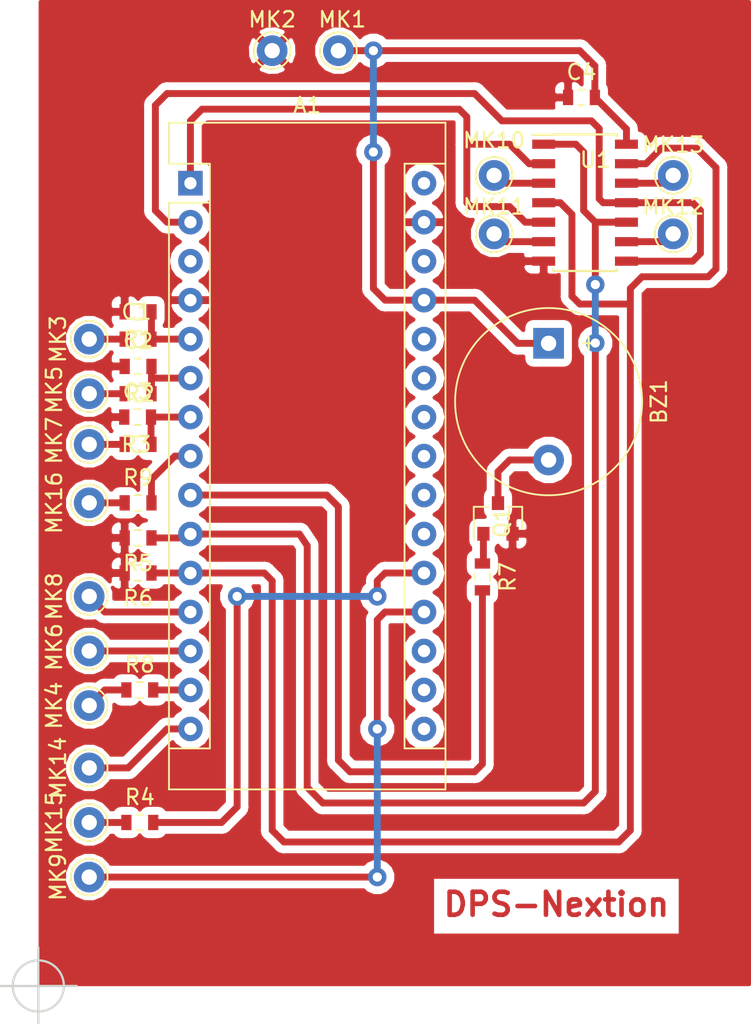
<source format=kicad_pcb>
(kicad_pcb (version 20171130) (host pcbnew 5.0.0-rc2-dev-unknown-f73b9a5~65~ubuntu16.04.1)

  (general
    (thickness 1.6)
    (drawings 2)
    (tracks 146)
    (zones 0)
    (modules 33)
    (nets 30)
  )

  (page A4)
  (layers
    (0 F.Cu signal)
    (31 B.Cu signal)
    (32 B.Adhes user)
    (33 F.Adhes user)
    (34 B.Paste user)
    (35 F.Paste user)
    (36 B.SilkS user)
    (37 F.SilkS user)
    (38 B.Mask user)
    (39 F.Mask user)
    (40 Dwgs.User user)
    (41 Cmts.User user)
    (42 Eco1.User user)
    (43 Eco2.User user)
    (44 Edge.Cuts user)
    (45 Margin user)
    (46 B.CrtYd user)
    (47 F.CrtYd user)
    (48 B.Fab user)
    (49 F.Fab user)
  )

  (setup
    (last_trace_width 0.45)
    (trace_clearance 0.2)
    (zone_clearance 0.508)
    (zone_45_only no)
    (trace_min 0.2)
    (segment_width 0.2)
    (edge_width 0.15)
    (via_size 0.8)
    (via_drill 0.4)
    (via_min_size 0.4)
    (via_min_drill 0.3)
    (uvia_size 0.3)
    (uvia_drill 0.1)
    (uvias_allowed no)
    (uvia_min_size 0.2)
    (uvia_min_drill 0.1)
    (pcb_text_width 0.3)
    (pcb_text_size 1.5 1.5)
    (mod_edge_width 0.15)
    (mod_text_size 1 1)
    (mod_text_width 0.15)
    (pad_size 1.524 1.524)
    (pad_drill 0.762)
    (pad_to_mask_clearance 0.2)
    (aux_axis_origin 0 0)
    (visible_elements FFFFFF7F)
    (pcbplotparams
      (layerselection 0x010fc_ffffffff)
      (usegerberextensions false)
      (usegerberattributes false)
      (usegerberadvancedattributes false)
      (creategerberjobfile false)
      (excludeedgelayer true)
      (linewidth 0.100000)
      (plotframeref false)
      (viasonmask false)
      (mode 1)
      (useauxorigin false)
      (hpglpennumber 1)
      (hpglpenspeed 20)
      (hpglpendiameter 15)
      (psnegative false)
      (psa4output false)
      (plotreference true)
      (plotvalue true)
      (plotinvisibletext false)
      (padsonsilk false)
      (subtractmaskfromsilk false)
      (outputformat 1)
      (mirror false)
      (drillshape 1)
      (scaleselection 1)
      (outputdirectory ""))
  )

  (net 0 "")
  (net 1 GND)
  (net 2 RX->DPS1)
  (net 3 TX<-DPS1)
  (net 4 TX<-DPS2)
  (net 5 "Net-(Q1-Pad1)")
  (net 6 /TX1)
  (net 7 /RX1)
  (net 8 /A)
  (net 9 /B)
  (net 10 /C)
  (net 11 /USB_PC)
  (net 12 /ON_DPS1)
  (net 13 /ON_DPS2)
  (net 14 +5v)
  (net 15 /TX2)
  (net 16 /RX2)
  (net 17 "Net-(BZ1-Pad2)")
  (net 18 RX->DPS2)
  (net 19 "Net-(MK3-Pad1)")
  (net 20 "Net-(MK5-Pad1)")
  (net 21 "Net-(MK7-Pad1)")
  (net 22 "Net-(MK4-Pad1)")
  (net 23 /Buzzer)
  (net 24 "Net-(MK15-Pad1)")
  (net 25 "Net-(MK16-Pad1)")
  (net 26 /Ledfuente1)
  (net 27 /Ledfuente2)
  (net 28 /ON_encoder)
  (net 29 /ON_3v3-5v)

  (net_class Default "Esta es la clase de red por defecto."
    (clearance 0.2)
    (trace_width 0.45)
    (via_dia 0.8)
    (via_drill 0.4)
    (uvia_dia 0.3)
    (uvia_drill 0.1)
    (add_net +5v)
    (add_net /A)
    (add_net /B)
    (add_net /Buzzer)
    (add_net /C)
    (add_net /Ledfuente1)
    (add_net /Ledfuente2)
    (add_net /ON_3v3-5v)
    (add_net /ON_DPS1)
    (add_net /ON_DPS2)
    (add_net /ON_encoder)
    (add_net /RX1)
    (add_net /RX2)
    (add_net /TX1)
    (add_net /TX2)
    (add_net /USB_PC)
    (add_net GND)
    (add_net "Net-(BZ1-Pad2)")
    (add_net "Net-(MK15-Pad1)")
    (add_net "Net-(MK16-Pad1)")
    (add_net "Net-(MK3-Pad1)")
    (add_net "Net-(MK4-Pad1)")
    (add_net "Net-(MK5-Pad1)")
    (add_net "Net-(MK7-Pad1)")
    (add_net "Net-(Q1-Pad1)")
    (add_net RX->DPS1)
    (add_net RX->DPS2)
    (add_net TX<-DPS1)
    (add_net TX<-DPS2)
  )

  (module TestPoint:TestPoint_THTPad_D2.0mm_Drill1.0mm (layer F.Cu) (tedit 5AAAB0DD) (tstamp 5ACB71D7)
    (at 140.462 103.632)
    (descr "THT pad as test Point, diameter 2.0mm, hole diameter 1.0mm")
    (tags "test point THT pad")
    (path /5AA038AC)
    (attr virtual)
    (fp_text reference MK4 (at -2.286 0 90) (layer F.SilkS)
      (effects (font (size 1 1) (thickness 0.15)))
    )
    (fp_text value RX->nextion (at 0 2.286) (layer F.Fab) hide
      (effects (font (size 1 1) (thickness 0.15)))
    )
    (fp_text user %R (at -2.286 0 90) (layer F.Fab)
      (effects (font (size 1 1) (thickness 0.15)))
    )
    (fp_circle (center 0 0) (end 1.5 0) (layer F.CrtYd) (width 0.05))
    (fp_circle (center 0 0) (end 0 1.2) (layer F.SilkS) (width 0.12))
    (pad 1 np_thru_hole circle (at 0 0) (size 2 2) (drill 1) (layers *.Cu *.Mask)
      (net 22 "Net-(MK4-Pad1)"))
  )

  (module TestPoint:TestPoint_THTPad_D2.0mm_Drill1.0mm (layer F.Cu) (tedit 5AAAB090) (tstamp 5AB46B28)
    (at 156.718 60.96)
    (descr "THT pad as test Point, diameter 2.0mm, hole diameter 1.0mm")
    (tags "test point THT pad")
    (path /5AA03820)
    (attr virtual)
    (fp_text reference MK1 (at 0.254 -2.032 180) (layer F.SilkS)
      (effects (font (size 1 1) (thickness 0.15)))
    )
    (fp_text value +5v (at 6.096 -0.254) (layer F.Fab) hide
      (effects (font (size 1 1) (thickness 0.15)))
    )
    (fp_circle (center 0 0) (end 0 1.2) (layer F.SilkS) (width 0.12))
    (fp_circle (center 0 0) (end 1.5 0) (layer F.CrtYd) (width 0.05))
    (fp_text user %R (at 0.254 -2.032 180) (layer F.Fab)
      (effects (font (size 1 1) (thickness 0.15)))
    )
    (pad 1 np_thru_hole circle (at 0 0) (size 2 2) (drill 1) (layers *.Cu *.Mask)
      (net 14 +5v))
  )

  (module TestPoint:TestPoint_THTPad_D2.0mm_Drill1.0mm (layer F.Cu) (tedit 5AAAB0CB) (tstamp 5ACB71C7)
    (at 152.4 60.96)
    (descr "THT pad as test Point, diameter 2.0mm, hole diameter 1.0mm")
    (tags "test point THT pad")
    (path /5AA03F87)
    (attr virtual)
    (fp_text reference MK2 (at 0 -2.032) (layer F.SilkS)
      (effects (font (size 1 1) (thickness 0.15)))
    )
    (fp_text value GND (at 0 -4.318) (layer F.Fab) hide
      (effects (font (size 1 1) (thickness 0.15)))
    )
    (fp_text user %R (at 0 -2.032 180) (layer F.Fab)
      (effects (font (size 1 1) (thickness 0.15)))
    )
    (fp_circle (center 0 0) (end 1.5 0) (layer F.CrtYd) (width 0.05))
    (fp_circle (center 0 0) (end 0 1.2) (layer F.SilkS) (width 0.12))
    (pad 1 np_thru_hole circle (at 0 0) (size 2 2) (drill 1) (layers *.Cu *.Mask)
      (net 1 GND))
  )

  (module TestPoint:TestPoint_THTPad_D2.0mm_Drill1.0mm (layer F.Cu) (tedit 5AAAB0B4) (tstamp 5ACB71CF)
    (at 140.462 79.756)
    (descr "THT pad as test Point, diameter 2.0mm, hole diameter 1.0mm")
    (tags "test point THT pad")
    (path /5AB91949)
    (attr virtual)
    (fp_text reference MK3 (at -2.032 0 270) (layer F.SilkS)
      (effects (font (size 1 1) (thickness 0.15)))
    )
    (fp_text value A (at 0 8.89) (layer F.Fab) hide
      (effects (font (size 1 1) (thickness 0.15)))
    )
    (fp_circle (center 0 0) (end 0 1.2) (layer F.SilkS) (width 0.12))
    (fp_circle (center 0 0) (end 1.5 0) (layer F.CrtYd) (width 0.05))
    (fp_text user %R (at -2.032 0 90) (layer F.Fab)
      (effects (font (size 1 1) (thickness 0.15)))
    )
    (pad 1 np_thru_hole circle (at 0 0) (size 2 2) (drill 1) (layers *.Cu *.Mask)
      (net 19 "Net-(MK3-Pad1)"))
  )

  (module TestPoint:TestPoint_THTPad_D2.0mm_Drill1.0mm (layer F.Cu) (tedit 5AAAB0AF) (tstamp 5ACB71DF)
    (at 140.462 83.312)
    (descr "THT pad as test Point, diameter 2.0mm, hole diameter 1.0mm")
    (tags "test point THT pad")
    (path /5AB918FB)
    (attr virtual)
    (fp_text reference MK5 (at -2.286 -0.254 270) (layer F.SilkS)
      (effects (font (size 1 1) (thickness 0.15)))
    )
    (fp_text value B (at -2.032 0) (layer F.Fab) hide
      (effects (font (size 1 1) (thickness 0.15)))
    )
    (fp_circle (center 0 0) (end 0 1.2) (layer F.SilkS) (width 0.12))
    (fp_circle (center 0 0) (end 1.5 0) (layer F.CrtYd) (width 0.05))
    (fp_text user %R (at -2.286 -0.254 270) (layer F.Fab)
      (effects (font (size 1 1) (thickness 0.15)))
    )
    (pad 1 np_thru_hole circle (at 0 0) (size 2 2) (drill 1) (layers *.Cu *.Mask)
      (net 20 "Net-(MK5-Pad1)"))
  )

  (module TestPoint:TestPoint_THTPad_D2.0mm_Drill1.0mm (layer F.Cu) (tedit 5AAAB0E7) (tstamp 5AD62BA3)
    (at 140.462 100.076)
    (descr "THT pad as test Point, diameter 2.0mm, hole diameter 1.0mm")
    (tags "test point THT pad")
    (path /5AA03BDB)
    (attr virtual)
    (fp_text reference MK6 (at -2.286 -0.254 270) (layer F.SilkS)
      (effects (font (size 1 1) (thickness 0.15)))
    )
    (fp_text value TX<-nextion (at 9.652 0) (layer F.Fab) hide
      (effects (font (size 1 1) (thickness 0.15)))
    )
    (fp_text user %R (at -2.286 0 270) (layer F.Fab)
      (effects (font (size 1 1) (thickness 0.15)))
    )
    (fp_circle (center 0 0) (end 1.5 0) (layer F.CrtYd) (width 0.05))
    (fp_circle (center 0 0) (end 0 1.2) (layer F.SilkS) (width 0.12))
    (pad 1 np_thru_hole circle (at 0 0) (size 2 2) (drill 1) (layers *.Cu *.Mask)
      (net 16 /RX2))
  )

  (module TestPoint:TestPoint_THTPad_D2.0mm_Drill1.0mm (layer F.Cu) (tedit 5AAAB0BC) (tstamp 5ACB71EF)
    (at 140.462 86.614)
    (descr "THT pad as test Point, diameter 2.0mm, hole diameter 1.0mm")
    (tags "test point THT pad")
    (path /5AA18F8B)
    (attr virtual)
    (fp_text reference MK7 (at -2.286 -0.254 270) (layer F.SilkS)
      (effects (font (size 1 1) (thickness 0.15)))
    )
    (fp_text value C (at -2.286 0) (layer F.Fab) hide
      (effects (font (size 1 1) (thickness 0.15)))
    )
    (fp_circle (center 0 0) (end 0 1.2) (layer F.SilkS) (width 0.12))
    (fp_circle (center 0 0) (end 1.5 0) (layer F.CrtYd) (width 0.05))
    (fp_text user %R (at -2.286 -0.254 270) (layer F.Fab)
      (effects (font (size 1 1) (thickness 0.15)))
    )
    (pad 1 np_thru_hole circle (at 0 0) (size 2 2) (drill 1) (layers *.Cu *.Mask)
      (net 21 "Net-(MK7-Pad1)"))
  )

  (module TestPoint:TestPoint_THTPad_D2.0mm_Drill1.0mm (layer F.Cu) (tedit 5AAAB0B7) (tstamp 5ACB71F7)
    (at 140.462 96.52)
    (descr "THT pad as test Point, diameter 2.0mm, hole diameter 1.0mm")
    (tags "test point THT pad")
    (path /5AA03C64)
    (attr virtual)
    (fp_text reference MK8 (at -2.286 0 270) (layer F.SilkS)
      (effects (font (size 1 1) (thickness 0.15)))
    )
    (fp_text value ON_OFF_encoder (at 8.636 -0.254) (layer F.Fab) hide
      (effects (font (size 1 1) (thickness 0.15)))
    )
    (fp_text user %R (at -2.286 0 90) (layer F.Fab)
      (effects (font (size 1 1) (thickness 0.15)))
    )
    (fp_circle (center 0 0) (end 1.5 0) (layer F.CrtYd) (width 0.05))
    (fp_circle (center 0 0) (end 0 1.2) (layer F.SilkS) (width 0.12))
    (pad 1 np_thru_hole circle (at 0 0) (size 2 2) (drill 1) (layers *.Cu *.Mask)
      (net 28 /ON_encoder))
  )

  (module TestPoint:TestPoint_THTPad_D2.0mm_Drill1.0mm (layer F.Cu) (tedit 5AAB73E5) (tstamp 5ACB71FF)
    (at 140.462 114.808)
    (descr "THT pad as test Point, diameter 2.0mm, hole diameter 1.0mm")
    (tags "test point THT pad")
    (path /5AA03F18)
    (attr virtual)
    (fp_text reference MK9 (at -2.032 0 270) (layer F.SilkS)
      (effects (font (size 1 1) (thickness 0.15)))
    )
    (fp_text value USB_PC (at -0.508 2.032) (layer F.Fab) hide
      (effects (font (size 1 1) (thickness 0.15)))
    )
    (fp_circle (center 0 0) (end 0 1.2) (layer F.SilkS) (width 0.12))
    (fp_circle (center 0 0) (end 1.5 0) (layer F.CrtYd) (width 0.05))
    (fp_text user %R (at -2.032 0 90) (layer F.Fab)
      (effects (font (size 1 1) (thickness 0.15)))
    )
    (pad 1 np_thru_hole circle (at 0 0) (size 2 2) (drill 1) (layers *.Cu *.Mask)
      (net 11 /USB_PC))
  )

  (module TestPoint:TestPoint_THTPad_D2.0mm_Drill1.0mm (layer F.Cu) (tedit 5AAB73E0) (tstamp 5ACB7207)
    (at 166.878 69.088)
    (descr "THT pad as test Point, diameter 2.0mm, hole diameter 1.0mm")
    (tags "test point THT pad")
    (path /5AB49E60)
    (attr virtual)
    (fp_text reference MK10 (at 0 -2.286 180) (layer F.SilkS)
      (effects (font (size 1 1) (thickness 0.15)))
    )
    (fp_text value RX (at 0.254 8.128 90) (layer F.Fab) hide
      (effects (font (size 1 1) (thickness 0.15)))
    )
    (fp_text user %R (at 0.254 2.286 180) (layer F.Fab)
      (effects (font (size 1 1) (thickness 0.15)))
    )
    (fp_circle (center 0 0) (end 1.5 0) (layer F.CrtYd) (width 0.05))
    (fp_circle (center 0 0) (end 0 1.2) (layer F.SilkS) (width 0.12))
    (pad 1 np_thru_hole circle (at 0 0) (size 2 2) (drill 1) (layers *.Cu *.Mask)
      (net 2 RX->DPS1))
  )

  (module TestPoint:TestPoint_THTPad_D2.0mm_Drill1.0mm (layer F.Cu) (tedit 5AAB73FB) (tstamp 5AEA37A2)
    (at 166.878 72.898)
    (descr "THT pad as test Point, diameter 2.0mm, hole diameter 1.0mm")
    (tags "test point THT pad")
    (path /5AA03670)
    (attr virtual)
    (fp_text reference MK11 (at 0 -1.778) (layer F.SilkS)
      (effects (font (size 1 1) (thickness 0.15)))
    )
    (fp_text value RX (at 7.874 -0.254) (layer F.Fab) hide
      (effects (font (size 1 1) (thickness 0.15)))
    )
    (fp_text user %R (at 2.286 -0.762 90) (layer F.Fab)
      (effects (font (size 1 1) (thickness 0.15)))
    )
    (fp_circle (center 0 0) (end 1.5 0) (layer F.CrtYd) (width 0.05))
    (fp_circle (center 0 0) (end 0 1.2) (layer F.SilkS) (width 0.12))
    (pad 1 np_thru_hole circle (at 0 0) (size 2 2) (drill 1) (layers *.Cu *.Mask)
      (net 18 RX->DPS2))
  )

  (module TestPoint:TestPoint_THTPad_D2.0mm_Drill1.0mm (layer F.Cu) (tedit 5AAAB0C5) (tstamp 5AB7246F)
    (at 178.562 72.898)
    (descr "THT pad as test Point, diameter 2.0mm, hole diameter 1.0mm")
    (tags "test point THT pad")
    (path /5AA03757)
    (attr virtual)
    (fp_text reference MK12 (at 0 -1.778) (layer F.SilkS)
      (effects (font (size 1 1) (thickness 0.15)))
    )
    (fp_text value TX1 (at -5.842 0) (layer F.Fab) hide
      (effects (font (size 1 1) (thickness 0.15)))
    )
    (fp_circle (center 0 0) (end 0 1.2) (layer F.SilkS) (width 0.12))
    (fp_circle (center 0 0) (end 1.5 0) (layer F.CrtYd) (width 0.05))
    (fp_text user %R (at 2.286 -0.508 90) (layer F.Fab)
      (effects (font (size 1 1) (thickness 0.15)))
    )
    (pad 1 np_thru_hole circle (at 0 0) (size 2 2) (drill 1) (layers *.Cu *.Mask)
      (net 3 TX<-DPS1))
  )

  (module Capacitor_SMD:C_0603_1608Metric (layer F.Cu) (tedit 59FE48B8) (tstamp 5ACBFD99)
    (at 143.651 77.978)
    (descr "Capacitor SMD 0603 (1608 Metric), square (rectangular) end terminal, IPC_7351 nominal, (Body size source: http://www.tortai-tech.com/upload/download/2011102023233369053.pdf), generated with kicad-footprint-generator")
    (tags capacitor)
    (path /5AC95EC9)
    (attr smd)
    (fp_text reference C1 (at -0.113 0) (layer F.SilkS)
      (effects (font (size 1 1) (thickness 0.15)))
    )
    (fp_text value 10nF (at 0.113 0) (layer F.Fab)
      (effects (font (size 1 1) (thickness 0.15)))
    )
    (fp_line (start -0.8 0.4) (end -0.8 -0.4) (layer F.Fab) (width 0.1))
    (fp_line (start -0.8 -0.4) (end 0.8 -0.4) (layer F.Fab) (width 0.1))
    (fp_line (start 0.8 -0.4) (end 0.8 0.4) (layer F.Fab) (width 0.1))
    (fp_line (start 0.8 0.4) (end -0.8 0.4) (layer F.Fab) (width 0.1))
    (fp_line (start -0.22 -0.51) (end 0.22 -0.51) (layer F.SilkS) (width 0.12))
    (fp_line (start -0.22 0.51) (end 0.22 0.51) (layer F.SilkS) (width 0.12))
    (fp_line (start -1.46 0.75) (end -1.46 -0.75) (layer F.CrtYd) (width 0.05))
    (fp_line (start -1.46 -0.75) (end 1.46 -0.75) (layer F.CrtYd) (width 0.05))
    (fp_line (start 1.46 -0.75) (end 1.46 0.75) (layer F.CrtYd) (width 0.05))
    (fp_line (start 1.46 0.75) (end -1.46 0.75) (layer F.CrtYd) (width 0.05))
    (fp_text user %R (at 0 0) (layer F.Fab)
      (effects (font (size 0.5 0.5) (thickness 0.08)))
    )
    (pad 1 smd rect (at -0.875 0) (size 0.67 1) (layers F.Cu F.Paste F.Mask)
      (net 1 GND))
    (pad 2 smd rect (at 0.875 0) (size 0.67 1) (layers F.Cu F.Paste F.Mask)
      (net 8 /A))
    (model ${KISYS3DMOD}/Capacitor_SMD.3dshapes/C_0603_1608Metric.wrl
      (at (xyz 0 0 0))
      (scale (xyz 1 1 1))
      (rotate (xyz 0 0 0))
    )
  )

  (module Resistor_SMD:R_0603_1608Metric (layer F.Cu) (tedit 59FE48B8) (tstamp 5ACBED1F)
    (at 143.651 79.756 180)
    (descr "Resistor SMD 0603 (1608 Metric), square (rectangular) end terminal, IPC_7351 nominal, (Body size source: http://www.tortai-tech.com/upload/download/2011102023233369053.pdf), generated with kicad-footprint-generator")
    (tags resistor)
    (path /5AC8B590)
    (attr smd)
    (fp_text reference R1 (at 0 0 180) (layer F.SilkS)
      (effects (font (size 1 1) (thickness 0.15)))
    )
    (fp_text value 10K (at 0.113 0.254 180) (layer F.Fab)
      (effects (font (size 1 1) (thickness 0.15)))
    )
    (fp_text user %R (at 0 0 180) (layer F.Fab)
      (effects (font (size 0.5 0.5) (thickness 0.08)))
    )
    (fp_line (start 1.46 0.75) (end -1.46 0.75) (layer F.CrtYd) (width 0.05))
    (fp_line (start 1.46 -0.75) (end 1.46 0.75) (layer F.CrtYd) (width 0.05))
    (fp_line (start -1.46 -0.75) (end 1.46 -0.75) (layer F.CrtYd) (width 0.05))
    (fp_line (start -1.46 0.75) (end -1.46 -0.75) (layer F.CrtYd) (width 0.05))
    (fp_line (start -0.22 0.51) (end 0.22 0.51) (layer F.SilkS) (width 0.12))
    (fp_line (start -0.22 -0.51) (end 0.22 -0.51) (layer F.SilkS) (width 0.12))
    (fp_line (start 0.8 0.4) (end -0.8 0.4) (layer F.Fab) (width 0.1))
    (fp_line (start 0.8 -0.4) (end 0.8 0.4) (layer F.Fab) (width 0.1))
    (fp_line (start -0.8 -0.4) (end 0.8 -0.4) (layer F.Fab) (width 0.1))
    (fp_line (start -0.8 0.4) (end -0.8 -0.4) (layer F.Fab) (width 0.1))
    (pad 2 smd rect (at 0.875 0 180) (size 0.67 1) (layers F.Cu F.Paste F.Mask)
      (net 19 "Net-(MK3-Pad1)"))
    (pad 1 smd rect (at -0.875 0 180) (size 0.67 1) (layers F.Cu F.Paste F.Mask)
      (net 8 /A))
    (model ${KISYS3DMOD}/Resistor_SMD.3dshapes/R_0603_1608Metric.wrl
      (at (xyz 0 0 0))
      (scale (xyz 1 1 1))
      (rotate (xyz 0 0 0))
    )
  )

  (module Resistor_SMD:R_0603_1608Metric (layer F.Cu) (tedit 59FE48B8) (tstamp 5ACBF044)
    (at 143.651 83.312 180)
    (descr "Resistor SMD 0603 (1608 Metric), square (rectangular) end terminal, IPC_7351 nominal, (Body size source: http://www.tortai-tech.com/upload/download/2011102023233369053.pdf), generated with kicad-footprint-generator")
    (tags resistor)
    (path /5AC8B53A)
    (attr smd)
    (fp_text reference R2 (at -0.113 0 180) (layer F.SilkS)
      (effects (font (size 1 1) (thickness 0.15)))
    )
    (fp_text value 10K (at 0.141 0 180) (layer F.Fab)
      (effects (font (size 1 1) (thickness 0.15)))
    )
    (fp_line (start -0.8 0.4) (end -0.8 -0.4) (layer F.Fab) (width 0.1))
    (fp_line (start -0.8 -0.4) (end 0.8 -0.4) (layer F.Fab) (width 0.1))
    (fp_line (start 0.8 -0.4) (end 0.8 0.4) (layer F.Fab) (width 0.1))
    (fp_line (start 0.8 0.4) (end -0.8 0.4) (layer F.Fab) (width 0.1))
    (fp_line (start -0.22 -0.51) (end 0.22 -0.51) (layer F.SilkS) (width 0.12))
    (fp_line (start -0.22 0.51) (end 0.22 0.51) (layer F.SilkS) (width 0.12))
    (fp_line (start -1.46 0.75) (end -1.46 -0.75) (layer F.CrtYd) (width 0.05))
    (fp_line (start -1.46 -0.75) (end 1.46 -0.75) (layer F.CrtYd) (width 0.05))
    (fp_line (start 1.46 -0.75) (end 1.46 0.75) (layer F.CrtYd) (width 0.05))
    (fp_line (start 1.46 0.75) (end -1.46 0.75) (layer F.CrtYd) (width 0.05))
    (fp_text user %R (at 0 0 180) (layer F.Fab)
      (effects (font (size 0.5 0.5) (thickness 0.08)))
    )
    (pad 1 smd rect (at -0.875 0 180) (size 0.67 1) (layers F.Cu F.Paste F.Mask)
      (net 9 /B))
    (pad 2 smd rect (at 0.875 0 180) (size 0.67 1) (layers F.Cu F.Paste F.Mask)
      (net 20 "Net-(MK5-Pad1)"))
    (model ${KISYS3DMOD}/Resistor_SMD.3dshapes/R_0603_1608Metric.wrl
      (at (xyz 0 0 0))
      (scale (xyz 1 1 1))
      (rotate (xyz 0 0 0))
    )
  )

  (module Resistor_SMD:R_0603_1608Metric (layer F.Cu) (tedit 5AAAB0F2) (tstamp 5ACBED3F)
    (at 143.651 86.614 180)
    (descr "Resistor SMD 0603 (1608 Metric), square (rectangular) end terminal, IPC_7351 nominal, (Body size source: http://www.tortai-tech.com/upload/download/2011102023233369053.pdf), generated with kicad-footprint-generator")
    (tags resistor)
    (path /5AC8B435)
    (attr smd)
    (fp_text reference R3 (at 0.113 0 180) (layer F.SilkS)
      (effects (font (size 1 1) (thickness 0.15)))
    )
    (fp_text value 10K (at 0.367 0 180) (layer F.Fab)
      (effects (font (size 1 1) (thickness 0.15)))
    )
    (fp_text user %R (at 0 0 180) (layer F.Fab)
      (effects (font (size 0.5 0.5) (thickness 0.08)))
    )
    (fp_line (start 1.46 0.75) (end -1.46 0.75) (layer F.CrtYd) (width 0.05))
    (fp_line (start 1.46 -0.75) (end 1.46 0.75) (layer F.CrtYd) (width 0.05))
    (fp_line (start -1.46 -0.75) (end 1.46 -0.75) (layer F.CrtYd) (width 0.05))
    (fp_line (start -1.46 0.75) (end -1.46 -0.75) (layer F.CrtYd) (width 0.05))
    (fp_line (start -0.22 0.51) (end 0.22 0.51) (layer F.SilkS) (width 0.12))
    (fp_line (start -0.22 -0.51) (end 0.22 -0.51) (layer F.SilkS) (width 0.12))
    (fp_line (start 0.8 0.4) (end -0.8 0.4) (layer F.Fab) (width 0.1))
    (fp_line (start 0.8 -0.4) (end 0.8 0.4) (layer F.Fab) (width 0.1))
    (fp_line (start -0.8 -0.4) (end 0.8 -0.4) (layer F.Fab) (width 0.1))
    (fp_line (start -0.8 0.4) (end -0.8 -0.4) (layer F.Fab) (width 0.1))
    (pad 2 smd rect (at 0.875 0 180) (size 0.67 1) (layers F.Cu F.Paste F.Mask)
      (net 21 "Net-(MK7-Pad1)"))
    (pad 1 smd rect (at -0.875 0 180) (size 0.67 1) (layers F.Cu F.Paste F.Mask)
      (net 10 /C))
    (model ${KISYS3DMOD}/Resistor_SMD.3dshapes/R_0603_1608Metric.wrl
      (at (xyz 0 0 0))
      (scale (xyz 1 1 1))
      (rotate (xyz 0 0 0))
    )
  )

  (module Package_SO:SOIC-14_3.9x8.7mm_P1.27mm (layer F.Cu) (tedit 5A02F2D3) (tstamp 5ACC95AD)
    (at 172.814 70.866)
    (descr "14-Lead Plastic Small Outline (SL) - Narrow, 3.90 mm Body [SOIC] (see Microchip Packaging Specification 00000049BS.pdf)")
    (tags "SOIC 1.27")
    (path /5AAAB4F5)
    (attr smd)
    (fp_text reference U1 (at 0.668 -2.794) (layer F.SilkS)
      (effects (font (size 1 1) (thickness 0.15)))
    )
    (fp_text value 74HC126 (at -0.856 -0.254 90) (layer F.Fab)
      (effects (font (size 1 1) (thickness 0.15)))
    )
    (fp_text user %R (at 0.668 -2.794) (layer F.Fab)
      (effects (font (size 0.9 0.9) (thickness 0.135)))
    )
    (fp_line (start -0.95 -4.35) (end 1.95 -4.35) (layer F.Fab) (width 0.15))
    (fp_line (start 1.95 -4.35) (end 1.95 4.35) (layer F.Fab) (width 0.15))
    (fp_line (start 1.95 4.35) (end -1.95 4.35) (layer F.Fab) (width 0.15))
    (fp_line (start -1.95 4.35) (end -1.95 -3.35) (layer F.Fab) (width 0.15))
    (fp_line (start -1.95 -3.35) (end -0.95 -4.35) (layer F.Fab) (width 0.15))
    (fp_line (start -3.7 -4.65) (end -3.7 4.65) (layer F.CrtYd) (width 0.05))
    (fp_line (start 3.7 -4.65) (end 3.7 4.65) (layer F.CrtYd) (width 0.05))
    (fp_line (start -3.7 -4.65) (end 3.7 -4.65) (layer F.CrtYd) (width 0.05))
    (fp_line (start -3.7 4.65) (end 3.7 4.65) (layer F.CrtYd) (width 0.05))
    (fp_line (start -2.075 -4.45) (end -2.075 -4.425) (layer F.SilkS) (width 0.15))
    (fp_line (start 2.075 -4.45) (end 2.075 -4.335) (layer F.SilkS) (width 0.15))
    (fp_line (start 2.075 4.45) (end 2.075 4.335) (layer F.SilkS) (width 0.15))
    (fp_line (start -2.075 4.45) (end -2.075 4.335) (layer F.SilkS) (width 0.15))
    (fp_line (start -2.075 -4.45) (end 2.075 -4.45) (layer F.SilkS) (width 0.15))
    (fp_line (start -2.075 4.45) (end 2.075 4.45) (layer F.SilkS) (width 0.15))
    (fp_line (start -2.075 -4.425) (end -3.45 -4.425) (layer F.SilkS) (width 0.15))
    (pad 1 smd rect (at -2.7 -3.81) (size 1.5 0.6) (layers F.Cu F.Paste F.Mask)
      (net 12 /ON_DPS1))
    (pad 2 smd rect (at -2.7 -2.54) (size 1.5 0.6) (layers F.Cu F.Paste F.Mask)
      (net 6 /TX1))
    (pad 3 smd rect (at -2.7 -1.27) (size 1.5 0.6) (layers F.Cu F.Paste F.Mask)
      (net 2 RX->DPS1))
    (pad 4 smd rect (at -2.7 0) (size 1.5 0.6) (layers F.Cu F.Paste F.Mask)
      (net 13 /ON_DPS2))
    (pad 5 smd rect (at -2.7 1.27) (size 1.5 0.6) (layers F.Cu F.Paste F.Mask)
      (net 6 /TX1))
    (pad 6 smd rect (at -2.7 2.54) (size 1.5 0.6) (layers F.Cu F.Paste F.Mask)
      (net 18 RX->DPS2))
    (pad 7 smd rect (at -2.7 3.81) (size 1.5 0.6) (layers F.Cu F.Paste F.Mask)
      (net 1 GND))
    (pad 8 smd rect (at 2.7 3.81) (size 1.5 0.6) (layers F.Cu F.Paste F.Mask)
      (net 7 /RX1))
    (pad 9 smd rect (at 2.7 2.54) (size 1.5 0.6) (layers F.Cu F.Paste F.Mask)
      (net 3 TX<-DPS1))
    (pad 10 smd rect (at 2.7 1.27) (size 1.5 0.6) (layers F.Cu F.Paste F.Mask)
      (net 12 /ON_DPS1))
    (pad 11 smd rect (at 2.7 0) (size 1.5 0.6) (layers F.Cu F.Paste F.Mask)
      (net 7 /RX1))
    (pad 12 smd rect (at 2.7 -1.27) (size 1.5 0.6) (layers F.Cu F.Paste F.Mask)
      (net 4 TX<-DPS2))
    (pad 13 smd rect (at 2.7 -2.54) (size 1.5 0.6) (layers F.Cu F.Paste F.Mask)
      (net 13 /ON_DPS2))
    (pad 14 smd rect (at 2.7 -3.81) (size 1.5 0.6) (layers F.Cu F.Paste F.Mask)
      (net 14 +5v))
    (model ${KISYS3DMOD}/Package_SO.3dshapes/SOIC-14_3.9x8.7mm_P1.27mm.wrl
      (at (xyz 0 0 0))
      (scale (xyz 1 1 1))
      (rotate (xyz 0 0 0))
    )
  )

  (module Package_TO_SOT_SMD:SOT-23 (layer F.Cu) (tedit 5AAB73FF) (tstamp 5AD62681)
    (at 167.132 91.44 90)
    (descr "SOT-23, Standard")
    (tags SOT-23)
    (path /5AAFE90A)
    (attr smd)
    (fp_text reference Q1 (at -0.27 0.254 90) (layer F.SilkS)
      (effects (font (size 1 1) (thickness 0.15)))
    )
    (fp_text value Q_PNP (at -3.064 0.762 90) (layer F.Fab) hide
      (effects (font (size 1 1) (thickness 0.15)))
    )
    (fp_text user %R (at 0 0 -180) (layer F.Fab)
      (effects (font (size 0.5 0.5) (thickness 0.075)))
    )
    (fp_line (start -0.7 -0.95) (end -0.7 1.5) (layer F.Fab) (width 0.1))
    (fp_line (start -0.15 -1.52) (end 0.7 -1.52) (layer F.Fab) (width 0.1))
    (fp_line (start -0.7 -0.95) (end -0.15 -1.52) (layer F.Fab) (width 0.1))
    (fp_line (start 0.7 -1.52) (end 0.7 1.52) (layer F.Fab) (width 0.1))
    (fp_line (start -0.7 1.52) (end 0.7 1.52) (layer F.Fab) (width 0.1))
    (fp_line (start 0.76 1.58) (end 0.76 0.65) (layer F.SilkS) (width 0.12))
    (fp_line (start 0.76 -1.58) (end 0.76 -0.65) (layer F.SilkS) (width 0.12))
    (fp_line (start -1.7 -1.75) (end 1.7 -1.75) (layer F.CrtYd) (width 0.05))
    (fp_line (start 1.7 -1.75) (end 1.7 1.75) (layer F.CrtYd) (width 0.05))
    (fp_line (start 1.7 1.75) (end -1.7 1.75) (layer F.CrtYd) (width 0.05))
    (fp_line (start -1.7 1.75) (end -1.7 -1.75) (layer F.CrtYd) (width 0.05))
    (fp_line (start 0.76 -1.58) (end -1.4 -1.58) (layer F.SilkS) (width 0.12))
    (fp_line (start 0.76 1.58) (end -0.7 1.58) (layer F.SilkS) (width 0.12))
    (pad 1 smd rect (at -1 -0.95 90) (size 0.9 0.8) (layers F.Cu F.Paste F.Mask)
      (net 5 "Net-(Q1-Pad1)"))
    (pad 2 smd rect (at -1 0.95 90) (size 0.9 0.8) (layers F.Cu F.Paste F.Mask)
      (net 1 GND))
    (pad 3 smd rect (at 1 0 90) (size 0.9 0.8) (layers F.Cu F.Paste F.Mask)
      (net 17 "Net-(BZ1-Pad2)"))
    (model ${KISYS3DMOD}/Package_TO_SOT_SMD.3dshapes/SOT-23.wrl
      (at (xyz 0 0 0))
      (scale (xyz 1 1 1))
      (rotate (xyz 0 0 0))
    )
  )

  (module Buzzer_Beeper:Buzzer_12x9.5RM7.6 (layer F.Cu) (tedit 5A030281) (tstamp 5ADF992E)
    (at 170.434 80.03 270)
    (descr "Generic Buzzer, D12mm height 9.5mm with RM7.6mm")
    (tags buzzer)
    (path /5AC73ED5)
    (fp_text reference BZ1 (at 3.8 -7.2 270) (layer F.SilkS)
      (effects (font (size 1 1) (thickness 0.15)))
    )
    (fp_text value Buzzer (at 3.8 7.4 270) (layer F.Fab)
      (effects (font (size 1 1) (thickness 0.15)))
    )
    (fp_text user + (at -0.01 -2.54 270) (layer F.Fab)
      (effects (font (size 1 1) (thickness 0.15)))
    )
    (fp_text user + (at -0.01 -2.54 270) (layer F.SilkS)
      (effects (font (size 1 1) (thickness 0.15)))
    )
    (fp_text user %R (at 3.8 -4 270) (layer F.Fab)
      (effects (font (size 1 1) (thickness 0.15)))
    )
    (fp_circle (center 3.8 0) (end 10.05 0) (layer F.CrtYd) (width 0.05))
    (fp_circle (center 3.8 0) (end 9.8 0) (layer F.Fab) (width 0.1))
    (fp_circle (center 3.8 0) (end 4.8 0) (layer F.Fab) (width 0.1))
    (fp_circle (center 3.8 0) (end 9.9 0) (layer F.SilkS) (width 0.12))
    (pad 1 thru_hole rect (at 0 0 270) (size 2 2) (drill 1) (layers *.Cu *.Mask)
      (net 14 +5v))
    (pad 2 thru_hole circle (at 7.6 0 270) (size 2 2) (drill 1) (layers *.Cu *.Mask)
      (net 17 "Net-(BZ1-Pad2)"))
    (model ${KISYS3DMOD}/Buzzer_Beeper.3dshapes/Buzzer_12x9.5RM7.6.wrl
      (at (xyz 0 0 0))
      (scale (xyz 1 1 1))
      (rotate (xyz 0 0 0))
    )
  )

  (module TestPoint:TestPoint_THTPad_D2.0mm_Drill1.0mm (layer F.Cu) (tedit 5A0F774F) (tstamp 5ADF9936)
    (at 178.562 69.088)
    (descr "THT pad as test Point, diameter 2.0mm, hole diameter 1.0mm")
    (tags "test point THT pad")
    (path /5AA037BD)
    (attr virtual)
    (fp_text reference MK13 (at 0 -1.998) (layer F.SilkS)
      (effects (font (size 1 1) (thickness 0.15)))
    )
    (fp_text value TX2 (at 0 2.05) (layer F.Fab)
      (effects (font (size 1 1) (thickness 0.15)))
    )
    (fp_text user %R (at 0 -2) (layer F.Fab)
      (effects (font (size 1 1) (thickness 0.15)))
    )
    (fp_circle (center 0 0) (end 1.5 0) (layer F.CrtYd) (width 0.05))
    (fp_circle (center 0 0) (end 0 1.2) (layer F.SilkS) (width 0.12))
    (pad 1 np_thru_hole circle (at 0 0) (size 2 2) (drill 1) (layers *.Cu *.Mask)
      (net 4 TX<-DPS2))
  )

  (module Capacitor_SMD:C_0603_1608Metric (layer F.Cu) (tedit 59FE48B8) (tstamp 5AE9FA35)
    (at 143.651 81.534)
    (descr "Capacitor SMD 0603 (1608 Metric), square (rectangular) end terminal, IPC_7351 nominal, (Body size source: http://www.tortai-tech.com/upload/download/2011102023233369053.pdf), generated with kicad-footprint-generator")
    (tags capacitor)
    (path /5AC95E69)
    (attr smd)
    (fp_text reference C2 (at 0 -1.65) (layer F.SilkS)
      (effects (font (size 1 1) (thickness 0.15)))
    )
    (fp_text value 10nF (at 0.113 0) (layer F.Fab)
      (effects (font (size 1 1) (thickness 0.15)))
    )
    (fp_text user %R (at 0 0) (layer F.Fab)
      (effects (font (size 0.5 0.5) (thickness 0.08)))
    )
    (fp_line (start 1.46 0.75) (end -1.46 0.75) (layer F.CrtYd) (width 0.05))
    (fp_line (start 1.46 -0.75) (end 1.46 0.75) (layer F.CrtYd) (width 0.05))
    (fp_line (start -1.46 -0.75) (end 1.46 -0.75) (layer F.CrtYd) (width 0.05))
    (fp_line (start -1.46 0.75) (end -1.46 -0.75) (layer F.CrtYd) (width 0.05))
    (fp_line (start -0.22 0.51) (end 0.22 0.51) (layer F.SilkS) (width 0.12))
    (fp_line (start -0.22 -0.51) (end 0.22 -0.51) (layer F.SilkS) (width 0.12))
    (fp_line (start 0.8 0.4) (end -0.8 0.4) (layer F.Fab) (width 0.1))
    (fp_line (start 0.8 -0.4) (end 0.8 0.4) (layer F.Fab) (width 0.1))
    (fp_line (start -0.8 -0.4) (end 0.8 -0.4) (layer F.Fab) (width 0.1))
    (fp_line (start -0.8 0.4) (end -0.8 -0.4) (layer F.Fab) (width 0.1))
    (pad 2 smd rect (at 0.875 0) (size 0.67 1) (layers F.Cu F.Paste F.Mask)
      (net 9 /B))
    (pad 1 smd rect (at -0.875 0) (size 0.67 1) (layers F.Cu F.Paste F.Mask)
      (net 1 GND))
    (model ${KISYS3DMOD}/Capacitor_SMD.3dshapes/C_0603_1608Metric.wrl
      (at (xyz 0 0 0))
      (scale (xyz 1 1 1))
      (rotate (xyz 0 0 0))
    )
  )

  (module Capacitor_SMD:C_0603_1608Metric (layer F.Cu) (tedit 59FE48B8) (tstamp 5AE9FA46)
    (at 143.623 84.836)
    (descr "Capacitor SMD 0603 (1608 Metric), square (rectangular) end terminal, IPC_7351 nominal, (Body size source: http://www.tortai-tech.com/upload/download/2011102023233369053.pdf), generated with kicad-footprint-generator")
    (tags capacitor)
    (path /5AC7F9EC)
    (attr smd)
    (fp_text reference C3 (at 0 -1.65) (layer F.SilkS)
      (effects (font (size 1 1) (thickness 0.15)))
    )
    (fp_text value 10nF (at -0.113 0) (layer F.Fab)
      (effects (font (size 1 1) (thickness 0.15)))
    )
    (fp_line (start -0.8 0.4) (end -0.8 -0.4) (layer F.Fab) (width 0.1))
    (fp_line (start -0.8 -0.4) (end 0.8 -0.4) (layer F.Fab) (width 0.1))
    (fp_line (start 0.8 -0.4) (end 0.8 0.4) (layer F.Fab) (width 0.1))
    (fp_line (start 0.8 0.4) (end -0.8 0.4) (layer F.Fab) (width 0.1))
    (fp_line (start -0.22 -0.51) (end 0.22 -0.51) (layer F.SilkS) (width 0.12))
    (fp_line (start -0.22 0.51) (end 0.22 0.51) (layer F.SilkS) (width 0.12))
    (fp_line (start -1.46 0.75) (end -1.46 -0.75) (layer F.CrtYd) (width 0.05))
    (fp_line (start -1.46 -0.75) (end 1.46 -0.75) (layer F.CrtYd) (width 0.05))
    (fp_line (start 1.46 -0.75) (end 1.46 0.75) (layer F.CrtYd) (width 0.05))
    (fp_line (start 1.46 0.75) (end -1.46 0.75) (layer F.CrtYd) (width 0.05))
    (fp_text user %R (at 0 0) (layer F.Fab)
      (effects (font (size 0.5 0.5) (thickness 0.08)))
    )
    (pad 1 smd rect (at -0.875 0) (size 0.67 1) (layers F.Cu F.Paste F.Mask)
      (net 1 GND))
    (pad 2 smd rect (at 0.875 0) (size 0.67 1) (layers F.Cu F.Paste F.Mask)
      (net 10 /C))
    (model ${KISYS3DMOD}/Capacitor_SMD.3dshapes/C_0603_1608Metric.wrl
      (at (xyz 0 0 0))
      (scale (xyz 1 1 1))
      (rotate (xyz 0 0 0))
    )
  )

  (module Capacitor_SMD:C_0603_1608Metric (layer F.Cu) (tedit 59FE48B8) (tstamp 5AEA1628)
    (at 172.579 64.008)
    (descr "Capacitor SMD 0603 (1608 Metric), square (rectangular) end terminal, IPC_7351 nominal, (Body size source: http://www.tortai-tech.com/upload/download/2011102023233369053.pdf), generated with kicad-footprint-generator")
    (tags capacitor)
    (path /5AAEA501)
    (attr smd)
    (fp_text reference C4 (at 0 -1.65) (layer F.SilkS)
      (effects (font (size 1 1) (thickness 0.15)))
    )
    (fp_text value 100nF (at 0 1.65 180) (layer F.Fab)
      (effects (font (size 1 1) (thickness 0.15)))
    )
    (fp_line (start -0.8 0.4) (end -0.8 -0.4) (layer F.Fab) (width 0.1))
    (fp_line (start -0.8 -0.4) (end 0.8 -0.4) (layer F.Fab) (width 0.1))
    (fp_line (start 0.8 -0.4) (end 0.8 0.4) (layer F.Fab) (width 0.1))
    (fp_line (start 0.8 0.4) (end -0.8 0.4) (layer F.Fab) (width 0.1))
    (fp_line (start -0.22 -0.51) (end 0.22 -0.51) (layer F.SilkS) (width 0.12))
    (fp_line (start -0.22 0.51) (end 0.22 0.51) (layer F.SilkS) (width 0.12))
    (fp_line (start -1.46 0.75) (end -1.46 -0.75) (layer F.CrtYd) (width 0.05))
    (fp_line (start -1.46 -0.75) (end 1.46 -0.75) (layer F.CrtYd) (width 0.05))
    (fp_line (start 1.46 -0.75) (end 1.46 0.75) (layer F.CrtYd) (width 0.05))
    (fp_line (start 1.46 0.75) (end -1.46 0.75) (layer F.CrtYd) (width 0.05))
    (fp_text user %R (at 0 0) (layer F.Fab)
      (effects (font (size 0.5 0.5) (thickness 0.08)))
    )
    (pad 1 smd rect (at -0.875 0) (size 0.67 1) (layers F.Cu F.Paste F.Mask)
      (net 1 GND))
    (pad 2 smd rect (at 0.875 0) (size 0.67 1) (layers F.Cu F.Paste F.Mask)
      (net 14 +5v))
    (model ${KISYS3DMOD}/Capacitor_SMD.3dshapes/C_0603_1608Metric.wrl
      (at (xyz 0 0 0))
      (scale (xyz 1 1 1))
      (rotate (xyz 0 0 0))
    )
  )

  (module Resistor_SMD:R_0603_1608Metric (layer F.Cu) (tedit 59FE48B8) (tstamp 5AE9FA68)
    (at 143.651 92.71 180)
    (descr "Resistor SMD 0603 (1608 Metric), square (rectangular) end terminal, IPC_7351 nominal, (Body size source: http://www.tortai-tech.com/upload/download/2011102023233369053.pdf), generated with kicad-footprint-generator")
    (tags resistor)
    (path /5AA1C0BD)
    (attr smd)
    (fp_text reference R5 (at 0 -1.65 180) (layer F.SilkS)
      (effects (font (size 1 1) (thickness 0.15)))
    )
    (fp_text value 10K (at 0 2.286 180) (layer F.Fab)
      (effects (font (size 1 1) (thickness 0.15)))
    )
    (fp_text user %R (at 0 0 180) (layer F.Fab)
      (effects (font (size 0.5 0.5) (thickness 0.08)))
    )
    (fp_line (start 1.46 0.75) (end -1.46 0.75) (layer F.CrtYd) (width 0.05))
    (fp_line (start 1.46 -0.75) (end 1.46 0.75) (layer F.CrtYd) (width 0.05))
    (fp_line (start -1.46 -0.75) (end 1.46 -0.75) (layer F.CrtYd) (width 0.05))
    (fp_line (start -1.46 0.75) (end -1.46 -0.75) (layer F.CrtYd) (width 0.05))
    (fp_line (start -0.22 0.51) (end 0.22 0.51) (layer F.SilkS) (width 0.12))
    (fp_line (start -0.22 -0.51) (end 0.22 -0.51) (layer F.SilkS) (width 0.12))
    (fp_line (start 0.8 0.4) (end -0.8 0.4) (layer F.Fab) (width 0.1))
    (fp_line (start 0.8 -0.4) (end 0.8 0.4) (layer F.Fab) (width 0.1))
    (fp_line (start -0.8 -0.4) (end 0.8 -0.4) (layer F.Fab) (width 0.1))
    (fp_line (start -0.8 0.4) (end -0.8 -0.4) (layer F.Fab) (width 0.1))
    (pad 2 smd rect (at 0.875 0 180) (size 0.67 1) (layers F.Cu F.Paste F.Mask)
      (net 1 GND))
    (pad 1 smd rect (at -0.875 0 180) (size 0.67 1) (layers F.Cu F.Paste F.Mask)
      (net 12 /ON_DPS1))
    (model ${KISYS3DMOD}/Resistor_SMD.3dshapes/R_0603_1608Metric.wrl
      (at (xyz 0 0 0))
      (scale (xyz 1 1 1))
      (rotate (xyz 0 0 0))
    )
  )

  (module Resistor_SMD:R_0603_1608Metric (layer F.Cu) (tedit 59FE48B8) (tstamp 5AEA05FA)
    (at 143.651 94.996 180)
    (descr "Resistor SMD 0603 (1608 Metric), square (rectangular) end terminal, IPC_7351 nominal, (Body size source: http://www.tortai-tech.com/upload/download/2011102023233369053.pdf), generated with kicad-footprint-generator")
    (tags resistor)
    (path /5AA1C101)
    (attr smd)
    (fp_text reference R6 (at 0 -1.65 180) (layer F.SilkS)
      (effects (font (size 1 1) (thickness 0.15)))
    )
    (fp_text value 10K (at 0 0 180) (layer F.Fab)
      (effects (font (size 1 1) (thickness 0.15)))
    )
    (fp_line (start -0.8 0.4) (end -0.8 -0.4) (layer F.Fab) (width 0.1))
    (fp_line (start -0.8 -0.4) (end 0.8 -0.4) (layer F.Fab) (width 0.1))
    (fp_line (start 0.8 -0.4) (end 0.8 0.4) (layer F.Fab) (width 0.1))
    (fp_line (start 0.8 0.4) (end -0.8 0.4) (layer F.Fab) (width 0.1))
    (fp_line (start -0.22 -0.51) (end 0.22 -0.51) (layer F.SilkS) (width 0.12))
    (fp_line (start -0.22 0.51) (end 0.22 0.51) (layer F.SilkS) (width 0.12))
    (fp_line (start -1.46 0.75) (end -1.46 -0.75) (layer F.CrtYd) (width 0.05))
    (fp_line (start -1.46 -0.75) (end 1.46 -0.75) (layer F.CrtYd) (width 0.05))
    (fp_line (start 1.46 -0.75) (end 1.46 0.75) (layer F.CrtYd) (width 0.05))
    (fp_line (start 1.46 0.75) (end -1.46 0.75) (layer F.CrtYd) (width 0.05))
    (fp_text user %R (at 0 0 180) (layer F.Fab)
      (effects (font (size 0.5 0.5) (thickness 0.08)))
    )
    (pad 1 smd rect (at -0.875 0 180) (size 0.67 1) (layers F.Cu F.Paste F.Mask)
      (net 13 /ON_DPS2))
    (pad 2 smd rect (at 0.875 0 180) (size 0.67 1) (layers F.Cu F.Paste F.Mask)
      (net 1 GND))
    (model ${KISYS3DMOD}/Resistor_SMD.3dshapes/R_0603_1608Metric.wrl
      (at (xyz 0 0 0))
      (scale (xyz 1 1 1))
      (rotate (xyz 0 0 0))
    )
  )

  (module Resistor_SMD:R_0603_1608Metric (layer F.Cu) (tedit 59FE48B8) (tstamp 5AEA0B7E)
    (at 166.116 95.25 270)
    (descr "Resistor SMD 0603 (1608 Metric), square (rectangular) end terminal, IPC_7351 nominal, (Body size source: http://www.tortai-tech.com/upload/download/2011102023233369053.pdf), generated with kicad-footprint-generator")
    (tags resistor)
    (path /5AA0E46E)
    (attr smd)
    (fp_text reference R7 (at 0 -1.65 270) (layer F.SilkS)
      (effects (font (size 1 1) (thickness 0.15)))
    )
    (fp_text value 1K (at 0 1.65 270) (layer F.Fab)
      (effects (font (size 1 1) (thickness 0.15)))
    )
    (fp_line (start -0.8 0.4) (end -0.8 -0.4) (layer F.Fab) (width 0.1))
    (fp_line (start -0.8 -0.4) (end 0.8 -0.4) (layer F.Fab) (width 0.1))
    (fp_line (start 0.8 -0.4) (end 0.8 0.4) (layer F.Fab) (width 0.1))
    (fp_line (start 0.8 0.4) (end -0.8 0.4) (layer F.Fab) (width 0.1))
    (fp_line (start -0.22 -0.51) (end 0.22 -0.51) (layer F.SilkS) (width 0.12))
    (fp_line (start -0.22 0.51) (end 0.22 0.51) (layer F.SilkS) (width 0.12))
    (fp_line (start -1.46 0.75) (end -1.46 -0.75) (layer F.CrtYd) (width 0.05))
    (fp_line (start -1.46 -0.75) (end 1.46 -0.75) (layer F.CrtYd) (width 0.05))
    (fp_line (start 1.46 -0.75) (end 1.46 0.75) (layer F.CrtYd) (width 0.05))
    (fp_line (start 1.46 0.75) (end -1.46 0.75) (layer F.CrtYd) (width 0.05))
    (fp_text user %R (at 0 0 270) (layer F.Fab)
      (effects (font (size 0.5 0.5) (thickness 0.08)))
    )
    (pad 1 smd rect (at -0.875 0 270) (size 0.67 1) (layers F.Cu F.Paste F.Mask)
      (net 5 "Net-(Q1-Pad1)"))
    (pad 2 smd rect (at 0.875 0 270) (size 0.67 1) (layers F.Cu F.Paste F.Mask)
      (net 23 /Buzzer))
    (model ${KISYS3DMOD}/Resistor_SMD.3dshapes/R_0603_1608Metric.wrl
      (at (xyz 0 0 0))
      (scale (xyz 1 1 1))
      (rotate (xyz 0 0 0))
    )
  )

  (module Module:Arduino_Nano (layer F.Cu) (tedit 58ACAF70) (tstamp 5B0A39E6)
    (at 147.066 69.596)
    (descr "Arduino Nano, http://www.mouser.com/pdfdocs/Gravitech_Arduino_Nano3_0.pdf")
    (tags "Arduino Nano")
    (path /5AB35231)
    (fp_text reference A1 (at 7.62 -5.08) (layer F.SilkS)
      (effects (font (size 1 1) (thickness 0.15)))
    )
    (fp_text value Arduino_Nano (at 8.89 19.05 90) (layer F.Fab)
      (effects (font (size 1 1) (thickness 0.15)))
    )
    (fp_text user %R (at 6.35 19.05 90) (layer F.Fab)
      (effects (font (size 1 1) (thickness 0.15)))
    )
    (fp_line (start 1.27 1.27) (end 1.27 -1.27) (layer F.SilkS) (width 0.12))
    (fp_line (start 1.27 -1.27) (end -1.4 -1.27) (layer F.SilkS) (width 0.12))
    (fp_line (start -1.4 1.27) (end -1.4 39.5) (layer F.SilkS) (width 0.12))
    (fp_line (start -1.4 -3.94) (end -1.4 -1.27) (layer F.SilkS) (width 0.12))
    (fp_line (start 13.97 -1.27) (end 16.64 -1.27) (layer F.SilkS) (width 0.12))
    (fp_line (start 13.97 -1.27) (end 13.97 36.83) (layer F.SilkS) (width 0.12))
    (fp_line (start 13.97 36.83) (end 16.64 36.83) (layer F.SilkS) (width 0.12))
    (fp_line (start 1.27 1.27) (end -1.4 1.27) (layer F.SilkS) (width 0.12))
    (fp_line (start 1.27 1.27) (end 1.27 36.83) (layer F.SilkS) (width 0.12))
    (fp_line (start 1.27 36.83) (end -1.4 36.83) (layer F.SilkS) (width 0.12))
    (fp_line (start 3.81 31.75) (end 11.43 31.75) (layer F.Fab) (width 0.1))
    (fp_line (start 11.43 31.75) (end 11.43 41.91) (layer F.Fab) (width 0.1))
    (fp_line (start 11.43 41.91) (end 3.81 41.91) (layer F.Fab) (width 0.1))
    (fp_line (start 3.81 41.91) (end 3.81 31.75) (layer F.Fab) (width 0.1))
    (fp_line (start -1.4 39.5) (end 16.64 39.5) (layer F.SilkS) (width 0.12))
    (fp_line (start 16.64 39.5) (end 16.64 -3.94) (layer F.SilkS) (width 0.12))
    (fp_line (start 16.64 -3.94) (end -1.4 -3.94) (layer F.SilkS) (width 0.12))
    (fp_line (start 16.51 39.37) (end -1.27 39.37) (layer F.Fab) (width 0.1))
    (fp_line (start -1.27 39.37) (end -1.27 -2.54) (layer F.Fab) (width 0.1))
    (fp_line (start -1.27 -2.54) (end 0 -3.81) (layer F.Fab) (width 0.1))
    (fp_line (start 0 -3.81) (end 16.51 -3.81) (layer F.Fab) (width 0.1))
    (fp_line (start 16.51 -3.81) (end 16.51 39.37) (layer F.Fab) (width 0.1))
    (fp_line (start -1.53 -4.06) (end 16.75 -4.06) (layer F.CrtYd) (width 0.05))
    (fp_line (start -1.53 -4.06) (end -1.53 42.16) (layer F.CrtYd) (width 0.05))
    (fp_line (start 16.75 42.16) (end 16.75 -4.06) (layer F.CrtYd) (width 0.05))
    (fp_line (start 16.75 42.16) (end -1.53 42.16) (layer F.CrtYd) (width 0.05))
    (pad 1 thru_hole rect (at 0 0) (size 1.6 1.6) (drill 0.8) (layers *.Cu *.Mask)
      (net 6 /TX1))
    (pad 17 thru_hole oval (at 15.24 33.02) (size 1.6 1.6) (drill 0.8) (layers *.Cu *.Mask))
    (pad 2 thru_hole oval (at 0 2.54) (size 1.6 1.6) (drill 0.8) (layers *.Cu *.Mask)
      (net 7 /RX1))
    (pad 18 thru_hole oval (at 15.24 30.48) (size 1.6 1.6) (drill 0.8) (layers *.Cu *.Mask))
    (pad 3 thru_hole oval (at 0 5.08) (size 1.6 1.6) (drill 0.8) (layers *.Cu *.Mask))
    (pad 19 thru_hole oval (at 15.24 27.94) (size 1.6 1.6) (drill 0.8) (layers *.Cu *.Mask)
      (net 11 /USB_PC))
    (pad 4 thru_hole oval (at 0 7.62) (size 1.6 1.6) (drill 0.8) (layers *.Cu *.Mask)
      (net 1 GND))
    (pad 20 thru_hole oval (at 15.24 25.4) (size 1.6 1.6) (drill 0.8) (layers *.Cu *.Mask)
      (net 26 /Ledfuente1))
    (pad 5 thru_hole oval (at 0 10.16) (size 1.6 1.6) (drill 0.8) (layers *.Cu *.Mask)
      (net 8 /A))
    (pad 21 thru_hole oval (at 15.24 22.86) (size 1.6 1.6) (drill 0.8) (layers *.Cu *.Mask))
    (pad 6 thru_hole oval (at 0 12.7) (size 1.6 1.6) (drill 0.8) (layers *.Cu *.Mask)
      (net 9 /B))
    (pad 22 thru_hole oval (at 15.24 20.32) (size 1.6 1.6) (drill 0.8) (layers *.Cu *.Mask))
    (pad 7 thru_hole oval (at 0 15.24) (size 1.6 1.6) (drill 0.8) (layers *.Cu *.Mask)
      (net 10 /C))
    (pad 23 thru_hole oval (at 15.24 17.78) (size 1.6 1.6) (drill 0.8) (layers *.Cu *.Mask))
    (pad 8 thru_hole oval (at 0 17.78) (size 1.6 1.6) (drill 0.8) (layers *.Cu *.Mask)
      (net 27 /Ledfuente2))
    (pad 24 thru_hole oval (at 15.24 15.24) (size 1.6 1.6) (drill 0.8) (layers *.Cu *.Mask))
    (pad 9 thru_hole oval (at 0 20.32) (size 1.6 1.6) (drill 0.8) (layers *.Cu *.Mask)
      (net 23 /Buzzer))
    (pad 25 thru_hole oval (at 15.24 12.7) (size 1.6 1.6) (drill 0.8) (layers *.Cu *.Mask))
    (pad 10 thru_hole oval (at 0 22.86) (size 1.6 1.6) (drill 0.8) (layers *.Cu *.Mask)
      (net 12 /ON_DPS1))
    (pad 26 thru_hole oval (at 15.24 10.16) (size 1.6 1.6) (drill 0.8) (layers *.Cu *.Mask))
    (pad 11 thru_hole oval (at 0 25.4) (size 1.6 1.6) (drill 0.8) (layers *.Cu *.Mask)
      (net 13 /ON_DPS2))
    (pad 27 thru_hole oval (at 15.24 7.62) (size 1.6 1.6) (drill 0.8) (layers *.Cu *.Mask)
      (net 14 +5v))
    (pad 12 thru_hole oval (at 0 27.94) (size 1.6 1.6) (drill 0.8) (layers *.Cu *.Mask)
      (net 28 /ON_encoder))
    (pad 28 thru_hole oval (at 15.24 5.08) (size 1.6 1.6) (drill 0.8) (layers *.Cu *.Mask))
    (pad 13 thru_hole oval (at 0 30.48) (size 1.6 1.6) (drill 0.8) (layers *.Cu *.Mask)
      (net 16 /RX2))
    (pad 29 thru_hole oval (at 15.24 2.54) (size 1.6 1.6) (drill 0.8) (layers *.Cu *.Mask)
      (net 1 GND))
    (pad 14 thru_hole oval (at 0 33.02) (size 1.6 1.6) (drill 0.8) (layers *.Cu *.Mask)
      (net 15 /TX2))
    (pad 30 thru_hole oval (at 15.24 0) (size 1.6 1.6) (drill 0.8) (layers *.Cu *.Mask))
    (pad 15 thru_hole oval (at 0 35.56) (size 1.6 1.6) (drill 0.8) (layers *.Cu *.Mask)
      (net 29 /ON_3v3-5v))
    (pad 16 thru_hole oval (at 15.24 35.56) (size 1.6 1.6) (drill 0.8) (layers *.Cu *.Mask))
    (model ${KISYS3DMOD}/Module.3dshapes/Arduino_Nano_WithMountingHoles.wrl
      (at (xyz 0 0 0))
      (scale (xyz 1 1 1))
      (rotate (xyz 0 0 0))
    )
  )

  (module Resistor_SMD:R_0603_1608Metric (layer F.Cu) (tedit 59FE48B8) (tstamp 5AC95037)
    (at 143.764 102.616)
    (descr "Resistor SMD 0603 (1608 Metric), square (rectangular) end terminal, IPC_7351 nominal, (Body size source: http://www.tortai-tech.com/upload/download/2011102023233369053.pdf), generated with kicad-footprint-generator")
    (tags resistor)
    (path /5ABC8A4A)
    (attr smd)
    (fp_text reference R8 (at 0 -1.65) (layer F.SilkS)
      (effects (font (size 1 1) (thickness 0.15)))
    )
    (fp_text value 330R (at 0 0) (layer F.Fab)
      (effects (font (size 1 1) (thickness 0.15)))
    )
    (fp_line (start -0.8 0.4) (end -0.8 -0.4) (layer F.Fab) (width 0.1))
    (fp_line (start -0.8 -0.4) (end 0.8 -0.4) (layer F.Fab) (width 0.1))
    (fp_line (start 0.8 -0.4) (end 0.8 0.4) (layer F.Fab) (width 0.1))
    (fp_line (start 0.8 0.4) (end -0.8 0.4) (layer F.Fab) (width 0.1))
    (fp_line (start -0.22 -0.51) (end 0.22 -0.51) (layer F.SilkS) (width 0.12))
    (fp_line (start -0.22 0.51) (end 0.22 0.51) (layer F.SilkS) (width 0.12))
    (fp_line (start -1.46 0.75) (end -1.46 -0.75) (layer F.CrtYd) (width 0.05))
    (fp_line (start -1.46 -0.75) (end 1.46 -0.75) (layer F.CrtYd) (width 0.05))
    (fp_line (start 1.46 -0.75) (end 1.46 0.75) (layer F.CrtYd) (width 0.05))
    (fp_line (start 1.46 0.75) (end -1.46 0.75) (layer F.CrtYd) (width 0.05))
    (fp_text user %R (at 0 0) (layer F.Fab)
      (effects (font (size 0.5 0.5) (thickness 0.08)))
    )
    (pad 1 smd rect (at -0.875 0) (size 0.67 1) (layers F.Cu F.Paste F.Mask)
      (net 22 "Net-(MK4-Pad1)"))
    (pad 2 smd rect (at 0.875 0) (size 0.67 1) (layers F.Cu F.Paste F.Mask)
      (net 15 /TX2))
    (model ${KISYS3DMOD}/Resistor_SMD.3dshapes/R_0603_1608Metric.wrl
      (at (xyz 0 0 0))
      (scale (xyz 1 1 1))
      (rotate (xyz 0 0 0))
    )
  )

  (module TestPoint:TestPoint_THTPad_D2.0mm_Drill1.0mm (layer F.Cu) (tedit 5A0F774F) (tstamp 5AF6604D)
    (at 140.462 107.696)
    (descr "THT pad as test Point, diameter 2.0mm, hole diameter 1.0mm")
    (tags "test point THT pad")
    (path /5AEAEDCB)
    (attr virtual)
    (fp_text reference MK14 (at -2.032 0 90) (layer F.SilkS)
      (effects (font (size 1 1) (thickness 0.15)))
    )
    (fp_text value ON_3v3-5v (at -2.286 0 90) (layer F.Fab)
      (effects (font (size 1 1) (thickness 0.15)))
    )
    (fp_text user %R (at -2.286 0 90) (layer F.Fab)
      (effects (font (size 1 1) (thickness 0.15)))
    )
    (fp_circle (center 0 0) (end 1.5 0) (layer F.CrtYd) (width 0.05))
    (fp_circle (center 0 0) (end 0 1.2) (layer F.SilkS) (width 0.12))
    (pad 1 np_thru_hole circle (at 0 0) (size 2 2) (drill 1) (layers *.Cu *.Mask)
      (net 29 /ON_3v3-5v))
  )

  (module TestPoint:TestPoint_THTPad_D2.0mm_Drill1.0mm (layer F.Cu) (tedit 5A0F774F) (tstamp 5AFE5BDF)
    (at 140.462 111.252)
    (descr "THT pad as test Point, diameter 2.0mm, hole diameter 1.0mm")
    (tags "test point THT pad")
    (path /5AF712EB)
    (attr virtual)
    (fp_text reference MK15 (at -2.286 0 90) (layer F.SilkS)
      (effects (font (size 1 1) (thickness 0.15)))
    )
    (fp_text value Led2 (at 0 -1.778) (layer F.Fab)
      (effects (font (size 1 1) (thickness 0.15)))
    )
    (fp_circle (center 0 0) (end 0 1.2) (layer F.SilkS) (width 0.12))
    (fp_circle (center 0 0) (end 1.5 0) (layer F.CrtYd) (width 0.05))
    (fp_text user %R (at -2.032 0 90) (layer F.Fab)
      (effects (font (size 1 1) (thickness 0.15)))
    )
    (pad 1 np_thru_hole circle (at 0 0) (size 2 2) (drill 1) (layers *.Cu *.Mask)
      (net 24 "Net-(MK15-Pad1)"))
  )

  (module TestPoint:TestPoint_THTPad_D2.0mm_Drill1.0mm (layer F.Cu) (tedit 5A0F774F) (tstamp 5AFE5BE7)
    (at 140.462 90.424)
    (descr "THT pad as test Point, diameter 2.0mm, hole diameter 1.0mm")
    (tags "test point THT pad")
    (path /5AF71359)
    (attr virtual)
    (fp_text reference MK16 (at -2.286 0 90) (layer F.SilkS)
      (effects (font (size 1 1) (thickness 0.15)))
    )
    (fp_text value Led1 (at -2.286 -0.254 90) (layer F.Fab)
      (effects (font (size 1 1) (thickness 0.15)))
    )
    (fp_text user %R (at -2.286 -0.254 90) (layer F.Fab)
      (effects (font (size 1 1) (thickness 0.15)))
    )
    (fp_circle (center 0 0) (end 1.5 0) (layer F.CrtYd) (width 0.05))
    (fp_circle (center 0 0) (end 0 1.2) (layer F.SilkS) (width 0.12))
    (pad 1 np_thru_hole circle (at 0 0) (size 2 2) (drill 1) (layers *.Cu *.Mask)
      (net 25 "Net-(MK16-Pad1)"))
  )

  (module Resistor_SMD:R_0603_1608Metric (layer F.Cu) (tedit 59FE48B8) (tstamp 5AFE5EBA)
    (at 143.764 111.252)
    (descr "Resistor SMD 0603 (1608 Metric), square (rectangular) end terminal, IPC_7351 nominal, (Body size source: http://www.tortai-tech.com/upload/download/2011102023233369053.pdf), generated with kicad-footprint-generator")
    (tags resistor)
    (path /5AF2F83E)
    (attr smd)
    (fp_text reference R4 (at 0 -1.65) (layer F.SilkS)
      (effects (font (size 1 1) (thickness 0.15)))
    )
    (fp_text value 330R (at 0.367 0) (layer F.Fab)
      (effects (font (size 1 1) (thickness 0.15)))
    )
    (fp_text user %R (at 0 0) (layer F.Fab)
      (effects (font (size 0.5 0.5) (thickness 0.08)))
    )
    (fp_line (start 1.46 0.75) (end -1.46 0.75) (layer F.CrtYd) (width 0.05))
    (fp_line (start 1.46 -0.75) (end 1.46 0.75) (layer F.CrtYd) (width 0.05))
    (fp_line (start -1.46 -0.75) (end 1.46 -0.75) (layer F.CrtYd) (width 0.05))
    (fp_line (start -1.46 0.75) (end -1.46 -0.75) (layer F.CrtYd) (width 0.05))
    (fp_line (start -0.22 0.51) (end 0.22 0.51) (layer F.SilkS) (width 0.12))
    (fp_line (start -0.22 -0.51) (end 0.22 -0.51) (layer F.SilkS) (width 0.12))
    (fp_line (start 0.8 0.4) (end -0.8 0.4) (layer F.Fab) (width 0.1))
    (fp_line (start 0.8 -0.4) (end 0.8 0.4) (layer F.Fab) (width 0.1))
    (fp_line (start -0.8 -0.4) (end 0.8 -0.4) (layer F.Fab) (width 0.1))
    (fp_line (start -0.8 0.4) (end -0.8 -0.4) (layer F.Fab) (width 0.1))
    (pad 2 smd rect (at 0.875 0) (size 0.67 1) (layers F.Cu F.Paste F.Mask)
      (net 26 /Ledfuente1))
    (pad 1 smd rect (at -0.875 0) (size 0.67 1) (layers F.Cu F.Paste F.Mask)
      (net 24 "Net-(MK15-Pad1)"))
    (model ${KISYS3DMOD}/Resistor_SMD.3dshapes/R_0603_1608Metric.wrl
      (at (xyz 0 0 0))
      (scale (xyz 1 1 1))
      (rotate (xyz 0 0 0))
    )
  )

  (module Resistor_SMD:R_0603_1608Metric (layer F.Cu) (tedit 59FE48B8) (tstamp 5AFE5E25)
    (at 143.651 90.424)
    (descr "Resistor SMD 0603 (1608 Metric), square (rectangular) end terminal, IPC_7351 nominal, (Body size source: http://www.tortai-tech.com/upload/download/2011102023233369053.pdf), generated with kicad-footprint-generator")
    (tags resistor)
    (path /5AF2F91E)
    (attr smd)
    (fp_text reference R9 (at 0 -1.65) (layer F.SilkS)
      (effects (font (size 1 1) (thickness 0.15)))
    )
    (fp_text value 330R (at 0 2.286) (layer F.Fab)
      (effects (font (size 1 1) (thickness 0.15)))
    )
    (fp_line (start -0.8 0.4) (end -0.8 -0.4) (layer F.Fab) (width 0.1))
    (fp_line (start -0.8 -0.4) (end 0.8 -0.4) (layer F.Fab) (width 0.1))
    (fp_line (start 0.8 -0.4) (end 0.8 0.4) (layer F.Fab) (width 0.1))
    (fp_line (start 0.8 0.4) (end -0.8 0.4) (layer F.Fab) (width 0.1))
    (fp_line (start -0.22 -0.51) (end 0.22 -0.51) (layer F.SilkS) (width 0.12))
    (fp_line (start -0.22 0.51) (end 0.22 0.51) (layer F.SilkS) (width 0.12))
    (fp_line (start -1.46 0.75) (end -1.46 -0.75) (layer F.CrtYd) (width 0.05))
    (fp_line (start -1.46 -0.75) (end 1.46 -0.75) (layer F.CrtYd) (width 0.05))
    (fp_line (start 1.46 -0.75) (end 1.46 0.75) (layer F.CrtYd) (width 0.05))
    (fp_line (start 1.46 0.75) (end -1.46 0.75) (layer F.CrtYd) (width 0.05))
    (fp_text user %R (at 0 0) (layer F.Fab)
      (effects (font (size 0.5 0.5) (thickness 0.08)))
    )
    (pad 1 smd rect (at -0.875 0) (size 0.67 1) (layers F.Cu F.Paste F.Mask)
      (net 25 "Net-(MK16-Pad1)"))
    (pad 2 smd rect (at 0.875 0) (size 0.67 1) (layers F.Cu F.Paste F.Mask)
      (net 27 /Ledfuente2))
    (model ${KISYS3DMOD}/Resistor_SMD.3dshapes/R_0603_1608Metric.wrl
      (at (xyz 0 0 0))
      (scale (xyz 1 1 1))
      (rotate (xyz 0 0 0))
    )
  )

  (gr_text DPS-Nextion (at 170.942 116.586) (layer F.Cu)
    (effects (font (size 1.5 1.5) (thickness 0.3)))
  )
  (target plus (at 137.142633 121.905064) (size 5) (width 0.15) (layer Edge.Cuts))

  (segment (start 170.114 69.596) (end 167.386 69.596) (width 0.45) (layer F.Cu) (net 2) (status 30))
  (segment (start 167.386 69.596) (end 166.878 69.088) (width 0.45) (layer F.Cu) (net 2) (status 30))
  (segment (start 175.514 73.406) (end 178.054 73.406) (width 0.45) (layer F.Cu) (net 3) (status 30))
  (segment (start 178.054 73.406) (end 178.562 72.898) (width 0.45) (layer F.Cu) (net 3) (status 30))
  (segment (start 175.514 69.596) (end 178.054 69.596) (width 0.45) (layer F.Cu) (net 4) (status 30))
  (segment (start 178.054 69.596) (end 178.562 69.088) (width 0.45) (layer F.Cu) (net 4) (status 30))
  (segment (start 166.182 92.44) (end 166.182 94.309) (width 0.45) (layer F.Cu) (net 5) (status 30))
  (segment (start 166.182 94.309) (end 166.116 94.375) (width 0.45) (layer F.Cu) (net 5) (status 30))
  (segment (start 164.592 64.77) (end 147.828 64.77) (width 0.45) (layer F.Cu) (net 6))
  (segment (start 165.1 65.278) (end 164.592 64.77) (width 0.45) (layer F.Cu) (net 6))
  (segment (start 147.828 64.77) (end 147.066 65.532) (width 0.45) (layer F.Cu) (net 6))
  (segment (start 165.1 67.056) (end 165.1 65.278) (width 0.45) (layer F.Cu) (net 6))
  (segment (start 147.066 65.532) (end 147.066 69.596) (width 0.45) (layer F.Cu) (net 6) (status 20))
  (segment (start 165.1 70.866) (end 165.1 67.056) (width 0.45) (layer F.Cu) (net 6))
  (segment (start 167.894 67.056) (end 165.1 67.056) (width 0.45) (layer F.Cu) (net 6))
  (segment (start 168.91 72.136) (end 167.894 71.12) (width 0.45) (layer F.Cu) (net 6))
  (segment (start 165.354 71.12) (end 165.1 70.866) (width 0.45) (layer F.Cu) (net 6))
  (segment (start 170.114 72.136) (end 168.91 72.136) (width 0.45) (layer F.Cu) (net 6) (status 10))
  (segment (start 167.894 71.12) (end 165.354 71.12) (width 0.45) (layer F.Cu) (net 6))
  (segment (start 169.164 68.326) (end 167.894 67.056) (width 0.45) (layer F.Cu) (net 6))
  (segment (start 170.114 68.326) (end 169.164 68.326) (width 0.45) (layer F.Cu) (net 6) (status 10))
  (segment (start 173.736 70.612) (end 173.99 70.866) (width 0.45) (layer F.Cu) (net 7))
  (segment (start 173.736 66.04) (end 173.736 70.612) (width 0.45) (layer F.Cu) (net 7))
  (segment (start 145.542 72.136) (end 144.78 71.374) (width 0.45) (layer F.Cu) (net 7))
  (segment (start 173.228 65.532) (end 173.736 66.04) (width 0.45) (layer F.Cu) (net 7))
  (segment (start 167.386 65.532) (end 173.228 65.532) (width 0.45) (layer F.Cu) (net 7))
  (segment (start 145.542 63.754) (end 165.608 63.754) (width 0.45) (layer F.Cu) (net 7))
  (segment (start 144.78 71.374) (end 144.78 64.516) (width 0.45) (layer F.Cu) (net 7))
  (segment (start 147.066 72.136) (end 145.542 72.136) (width 0.45) (layer F.Cu) (net 7) (status 10))
  (segment (start 165.608 63.754) (end 167.386 65.532) (width 0.45) (layer F.Cu) (net 7))
  (segment (start 144.78 64.516) (end 145.542 63.754) (width 0.45) (layer F.Cu) (net 7))
  (segment (start 173.99 70.866) (end 175.514 70.866) (width 0.45) (layer F.Cu) (net 7) (status 20))
  (segment (start 179.832 74.676) (end 175.514 74.676) (width 0.45) (layer F.Cu) (net 7) (status 20))
  (segment (start 180.34 74.168) (end 179.832 74.676) (width 0.45) (layer F.Cu) (net 7))
  (segment (start 180.34 71.374) (end 180.34 74.168) (width 0.45) (layer F.Cu) (net 7))
  (segment (start 179.832 70.866) (end 180.34 71.374) (width 0.45) (layer F.Cu) (net 7))
  (segment (start 175.514 70.866) (end 179.832 70.866) (width 0.45) (layer F.Cu) (net 7) (status 10))
  (segment (start 144.526 77.978) (end 144.526 79.756) (width 0.45) (layer F.Cu) (net 8) (status 30))
  (segment (start 147.066 79.756) (end 144.526 79.756) (width 0.45) (layer F.Cu) (net 8) (status 30))
  (segment (start 144.526 81.534) (end 144.526 82.296) (width 0.45) (layer F.Cu) (net 9) (status 10))
  (segment (start 144.526 82.296) (end 144.526 83.312) (width 0.45) (layer F.Cu) (net 9) (status 20))
  (segment (start 147.066 82.296) (end 144.526 82.296) (width 0.45) (layer F.Cu) (net 9) (status 10))
  (segment (start 147.066 84.836) (end 144.498 84.836) (width 0.45) (layer F.Cu) (net 10) (status 30))
  (segment (start 144.498 84.836) (end 144.498 86.586) (width 0.45) (layer F.Cu) (net 10) (status 30))
  (segment (start 144.498 86.586) (end 144.526 86.614) (width 0.45) (layer F.Cu) (net 10) (status 30))
  (via (at 159.258 114.808) (size 1.2) (drill 0.6) (layers F.Cu B.Cu) (net 11))
  (segment (start 159.766 97.536) (end 162.306 97.536) (width 0.45) (layer F.Cu) (net 11))
  (via (at 159.258 105.156) (size 1.2) (drill 0.6) (layers F.Cu B.Cu) (net 11))
  (segment (start 159.258 98.044) (end 159.766 97.536) (width 0.45) (layer F.Cu) (net 11))
  (segment (start 140.462 114.808) (end 159.258 114.808) (width 0.45) (layer F.Cu) (net 11))
  (segment (start 159.258 105.156) (end 159.258 114.808) (width 0.45) (layer B.Cu) (net 11))
  (segment (start 159.258 105.156) (end 159.258 98.044) (width 0.45) (layer F.Cu) (net 11))
  (via (at 173.482 80.01) (size 1.2) (drill 0.6) (layers F.Cu B.Cu) (net 12))
  (segment (start 173.482 76.2) (end 173.482 80.01) (width 0.45) (layer B.Cu) (net 12))
  (via (at 173.482 76.2) (size 1.2) (drill 0.6) (layers F.Cu B.Cu) (net 12))
  (segment (start 173.482 72.136) (end 173.482 76.2) (width 0.45) (layer F.Cu) (net 12))
  (segment (start 173.482 72.136) (end 172.72 71.374) (width 0.45) (layer F.Cu) (net 12))
  (segment (start 172.72 71.374) (end 172.72 67.564) (width 0.45) (layer F.Cu) (net 12))
  (segment (start 172.72 67.564) (end 172.212 67.056) (width 0.45) (layer F.Cu) (net 12))
  (segment (start 172.212 67.056) (end 170.114 67.056) (width 0.45) (layer F.Cu) (net 12) (status 20))
  (segment (start 175.514 72.136) (end 173.482 72.136) (width 0.45) (layer F.Cu) (net 12) (status 10))
  (segment (start 144.526 92.71) (end 146.812 92.71) (width 0.45) (layer F.Cu) (net 12) (status 30))
  (segment (start 146.812 92.71) (end 147.066 92.456) (width 0.45) (layer F.Cu) (net 12) (status 30))
  (segment (start 173.482 109.22) (end 173.482 80.01) (width 0.45) (layer F.Cu) (net 12))
  (segment (start 172.72 109.982) (end 173.482 109.22) (width 0.45) (layer F.Cu) (net 12))
  (segment (start 155.702 109.982) (end 172.72 109.982) (width 0.45) (layer F.Cu) (net 12))
  (segment (start 147.066 92.456) (end 154.178 92.456) (width 0.45) (layer F.Cu) (net 12))
  (segment (start 154.178 92.456) (end 154.686 93.218) (width 0.45) (layer F.Cu) (net 12))
  (segment (start 154.686 108.966) (end 155.702 109.982) (width 0.45) (layer F.Cu) (net 12))
  (segment (start 154.686 93.218) (end 154.686 108.966) (width 0.45) (layer F.Cu) (net 12))
  (segment (start 181.356 68.58) (end 181.356 75.184) (width 0.45) (layer F.Cu) (net 13))
  (segment (start 176.53 75.692) (end 180.848 75.692) (width 0.45) (layer F.Cu) (net 13))
  (segment (start 180.848 75.692) (end 181.356 75.184) (width 0.45) (layer F.Cu) (net 13))
  (segment (start 175.768 76.454) (end 176.53 75.692) (width 0.45) (layer F.Cu) (net 13))
  (segment (start 175.768 77.47) (end 175.768 76.454) (width 0.45) (layer F.Cu) (net 13))
  (segment (start 171.196 70.866) (end 171.958 71.628) (width 0.45) (layer F.Cu) (net 13))
  (segment (start 170.114 70.866) (end 171.196 70.866) (width 0.45) (layer F.Cu) (net 13) (status 10))
  (segment (start 172.466 77.47) (end 175.768 77.47) (width 0.45) (layer F.Cu) (net 13))
  (segment (start 171.958 76.962) (end 172.466 77.47) (width 0.45) (layer F.Cu) (net 13))
  (segment (start 171.958 71.628) (end 171.958 76.962) (width 0.45) (layer F.Cu) (net 13))
  (segment (start 147.066 94.996) (end 144.526 94.996) (width 0.45) (layer F.Cu) (net 13) (status 30))
  (segment (start 180.086 67.31) (end 181.356 68.58) (width 0.45) (layer F.Cu) (net 13))
  (segment (start 177.8 67.31) (end 180.086 67.31) (width 0.45) (layer F.Cu) (net 13))
  (segment (start 176.784 68.326) (end 177.8 67.31) (width 0.45) (layer F.Cu) (net 13))
  (segment (start 175.514 68.326) (end 176.784 68.326) (width 0.45) (layer F.Cu) (net 13) (status 10))
  (segment (start 175.768 111.76) (end 175.768 77.47) (width 0.45) (layer F.Cu) (net 13))
  (segment (start 147.066 94.996) (end 151.892 94.996) (width 0.45) (layer F.Cu) (net 13))
  (segment (start 175.006 112.522) (end 175.768 111.76) (width 0.45) (layer F.Cu) (net 13))
  (segment (start 153.162 112.522) (end 175.006 112.522) (width 0.45) (layer F.Cu) (net 13))
  (segment (start 152.4 111.76) (end 153.162 112.522) (width 0.45) (layer F.Cu) (net 13))
  (segment (start 151.892 94.996) (end 152.4 95.504) (width 0.45) (layer F.Cu) (net 13))
  (segment (start 152.4 95.504) (end 152.4 111.76) (width 0.45) (layer F.Cu) (net 13))
  (segment (start 172.466 60.96) (end 173.454 61.948) (width 0.45) (layer F.Cu) (net 14))
  (segment (start 173.454 61.948) (end 173.454 64.008) (width 0.45) (layer F.Cu) (net 14) (status 20))
  (segment (start 159.004 60.96) (end 172.466 60.96) (width 0.45) (layer F.Cu) (net 14))
  (segment (start 175.514 67.056) (end 175.514 66.068) (width 0.45) (layer F.Cu) (net 14) (status 10))
  (segment (start 175.514 66.068) (end 173.454 64.008) (width 0.45) (layer F.Cu) (net 14) (status 20))
  (segment (start 168.422 80.03) (end 165.608 77.216) (width 0.45) (layer F.Cu) (net 14))
  (segment (start 165.608 77.216) (end 162.306 77.216) (width 0.45) (layer F.Cu) (net 14) (status 20))
  (segment (start 170.434 80.03) (end 168.422 80.03) (width 0.45) (layer F.Cu) (net 14) (status 10))
  (segment (start 159.004 60.96) (end 156.718 60.96) (width 0.45) (layer F.Cu) (net 14) (status 20))
  (via (at 159.004 60.96) (size 1.2) (drill 0.6) (layers F.Cu B.Cu) (net 14))
  (segment (start 159.004 67.564) (end 159.004 60.96) (width 0.45) (layer B.Cu) (net 14))
  (via (at 159.004 67.564) (size 1.2) (drill 0.6) (layers F.Cu B.Cu) (net 14))
  (segment (start 159.004 76.454) (end 159.004 67.564) (width 0.45) (layer F.Cu) (net 14))
  (segment (start 159.766 77.216) (end 159.004 76.454) (width 0.45) (layer F.Cu) (net 14))
  (segment (start 162.306 77.216) (end 159.766 77.216) (width 0.45) (layer F.Cu) (net 14) (status 10))
  (segment (start 147.066 102.616) (end 144.639 102.616) (width 0.45) (layer F.Cu) (net 15))
  (segment (start 147.066 100.076) (end 140.462 100.076) (width 0.45) (layer F.Cu) (net 16) (status 30))
  (segment (start 167.894 87.63) (end 167.132 88.392) (width 0.45) (layer F.Cu) (net 17))
  (segment (start 167.132 88.392) (end 167.132 90.44) (width 0.45) (layer F.Cu) (net 17) (status 20))
  (segment (start 170.434 87.63) (end 167.894 87.63) (width 0.45) (layer F.Cu) (net 17) (status 10))
  (segment (start 170.114 73.406) (end 167.386 73.406) (width 0.45) (layer F.Cu) (net 18) (status 30))
  (segment (start 167.386 73.406) (end 166.878 72.898) (width 0.45) (layer F.Cu) (net 18) (status 30))
  (segment (start 142.776 79.756) (end 140.462 79.756) (width 0.45) (layer F.Cu) (net 19) (status 30))
  (segment (start 142.776 83.312) (end 140.462 83.312) (width 0.45) (layer F.Cu) (net 20) (status 30))
  (segment (start 142.776 86.614) (end 140.462 86.614) (width 0.45) (layer F.Cu) (net 21) (status 30))
  (segment (start 142.889 102.616) (end 141.478 102.616) (width 0.45) (layer F.Cu) (net 22))
  (segment (start 141.478 102.616) (end 140.462 103.632) (width 0.45) (layer F.Cu) (net 22))
  (segment (start 156.718 107.188) (end 156.718 90.678) (width 0.45) (layer F.Cu) (net 23))
  (segment (start 155.956 89.916) (end 147.066 89.916) (width 0.45) (layer F.Cu) (net 23))
  (segment (start 156.718 90.678) (end 155.956 89.916) (width 0.45) (layer F.Cu) (net 23))
  (segment (start 166.116 96.125) (end 166.116 107.442) (width 0.45) (layer F.Cu) (net 23))
  (segment (start 165.608 107.95) (end 157.48 107.95) (width 0.45) (layer F.Cu) (net 23))
  (segment (start 166.116 107.442) (end 165.608 107.95) (width 0.45) (layer F.Cu) (net 23))
  (segment (start 157.48 107.95) (end 156.718 107.188) (width 0.45) (layer F.Cu) (net 23))
  (segment (start 147.066 97.536) (end 141.478 97.536) (width 0.45) (layer F.Cu) (net 28) (tstamp 5ACB1127) (status 10))
  (segment (start 141.478 97.536) (end 140.462 96.52) (width 0.45) (layer F.Cu) (net 28) (status 20))
  (segment (start 147.066 105.156) (end 145.542 105.156) (width 0.45) (layer F.Cu) (net 29))
  (segment (start 143.002 107.696) (end 140.462 107.696) (width 0.45) (layer F.Cu) (net 29))
  (segment (start 145.542 105.156) (end 143.002 107.696) (width 0.45) (layer F.Cu) (net 29))
  (segment (start 147.066 87.376) (end 146.812 87.376) (width 0.45) (layer F.Cu) (net 27) (status 30))
  (segment (start 147.066 87.376) (end 146.05 87.376) (width 0.45) (layer F.Cu) (net 27))
  (segment (start 144.526 88.9) (end 144.526 90.424) (width 0.45) (layer F.Cu) (net 27))
  (segment (start 146.05 87.376) (end 144.526 88.9) (width 0.45) (layer F.Cu) (net 27))
  (segment (start 142.889 111.252) (end 140.462 111.252) (width 0.45) (layer F.Cu) (net 24))
  (segment (start 142.776 90.424) (end 140.462 90.424) (width 0.45) (layer F.Cu) (net 25))
  (via (at 150.114 96.52) (size 1.2) (drill 0.6) (layers F.Cu B.Cu) (net 26))
  (via (at 159.258 96.52) (size 1.2) (drill 0.6) (layers F.Cu B.Cu) (net 26))
  (segment (start 162.306 94.996) (end 159.766 94.996) (width 0.45) (layer F.Cu) (net 26))
  (segment (start 159.258 95.504) (end 159.258 96.52) (width 0.45) (layer F.Cu) (net 26))
  (segment (start 159.766 94.996) (end 159.258 95.504) (width 0.45) (layer F.Cu) (net 26))
  (segment (start 159.258 96.52) (end 150.114 96.52) (width 0.45) (layer B.Cu) (net 26))
  (segment (start 150.114 96.52) (end 150.114 110.236) (width 0.45) (layer F.Cu) (net 26))
  (segment (start 149.098 111.252) (end 144.639 111.252) (width 0.45) (layer F.Cu) (net 26))
  (segment (start 150.114 110.236) (end 149.098 111.252) (width 0.45) (layer F.Cu) (net 26))

  (zone (net 1) (net_name GND) (layer F.Cu) (tstamp 0) (hatch edge 0.508)
    (connect_pads (clearance 0.508))
    (min_thickness 0.254)
    (fill yes (arc_segments 16) (thermal_gap 0.508) (thermal_bridge_width 0.508))
    (polygon
      (pts
        (xy 137.16 57.658) (xy 183.642 57.658) (xy 183.642 121.92) (xy 137.16 121.92)
      )
    )
    (filled_polygon
      (pts
        (xy 183.515 121.793) (xy 137.287 121.793) (xy 137.287 114.482778) (xy 138.827 114.482778) (xy 138.827 115.133222)
        (xy 139.075914 115.734153) (xy 139.535847 116.194086) (xy 140.136778 116.443) (xy 140.787222 116.443) (xy 141.388153 116.194086)
        (xy 141.848086 115.734153) (xy 141.875487 115.668) (xy 158.371447 115.668) (xy 158.558429 115.854982) (xy 159.012343 116.043)
        (xy 159.503657 116.043) (xy 159.957571 115.854982) (xy 160.304982 115.507571) (xy 160.493 115.053657) (xy 160.493 114.796)
        (xy 162.835572 114.796) (xy 162.835572 118.616) (xy 179.048429 118.616) (xy 179.048429 114.796) (xy 162.835572 114.796)
        (xy 160.493 114.796) (xy 160.493 114.562343) (xy 160.304982 114.108429) (xy 159.957571 113.761018) (xy 159.503657 113.573)
        (xy 159.012343 113.573) (xy 158.558429 113.761018) (xy 158.371447 113.948) (xy 141.875487 113.948) (xy 141.848086 113.881847)
        (xy 141.388153 113.421914) (xy 140.787222 113.173) (xy 140.136778 113.173) (xy 139.535847 113.421914) (xy 139.075914 113.881847)
        (xy 138.827 114.482778) (xy 137.287 114.482778) (xy 137.287 94.36969) (xy 141.806 94.36969) (xy 141.806 94.71025)
        (xy 141.96475 94.869) (xy 142.649 94.869) (xy 142.649 94.01975) (xy 142.49025 93.861) (xy 142.314691 93.861)
        (xy 142.081302 93.957673) (xy 141.902673 94.136301) (xy 141.806 94.36969) (xy 137.287 94.36969) (xy 137.287 92.99575)
        (xy 141.806 92.99575) (xy 141.806 93.33631) (xy 141.902673 93.569699) (xy 142.081302 93.748327) (xy 142.314691 93.845)
        (xy 142.49025 93.845) (xy 142.649 93.68625) (xy 142.649 92.837) (xy 141.96475 92.837) (xy 141.806 92.99575)
        (xy 137.287 92.99575) (xy 137.287 92.08369) (xy 141.806 92.08369) (xy 141.806 92.42425) (xy 141.96475 92.583)
        (xy 142.649 92.583) (xy 142.649 91.73375) (xy 142.49025 91.575) (xy 142.314691 91.575) (xy 142.081302 91.671673)
        (xy 141.902673 91.850301) (xy 141.806 92.08369) (xy 137.287 92.08369) (xy 137.287 79.430778) (xy 138.827 79.430778)
        (xy 138.827 80.081222) (xy 139.075914 80.682153) (xy 139.535847 81.142086) (xy 140.136778 81.391) (xy 140.787222 81.391)
        (xy 141.388153 81.142086) (xy 141.848086 80.682153) (xy 141.875487 80.616) (xy 141.917837 80.616) (xy 141.935115 80.641859)
        (xy 141.902673 80.674301) (xy 141.806 80.90769) (xy 141.806 81.24825) (xy 141.96475 81.407) (xy 142.649 81.407)
        (xy 142.649 81.387) (xy 142.903 81.387) (xy 142.903 81.407) (xy 142.923 81.407) (xy 142.923 81.661)
        (xy 142.903 81.661) (xy 142.903 81.681) (xy 142.649 81.681) (xy 142.649 81.661) (xy 141.96475 81.661)
        (xy 141.806 81.81975) (xy 141.806 82.16031) (xy 141.902673 82.393699) (xy 141.935115 82.426141) (xy 141.917837 82.452)
        (xy 141.875487 82.452) (xy 141.848086 82.385847) (xy 141.388153 81.925914) (xy 140.787222 81.677) (xy 140.136778 81.677)
        (xy 139.535847 81.925914) (xy 139.075914 82.385847) (xy 138.827 82.986778) (xy 138.827 83.637222) (xy 139.075914 84.238153)
        (xy 139.535847 84.698086) (xy 140.136778 84.947) (xy 140.787222 84.947) (xy 141.388153 84.698086) (xy 141.778 84.308239)
        (xy 141.778 84.55025) (xy 141.93675 84.709) (xy 142.621 84.709) (xy 142.621 84.689) (xy 142.875 84.689)
        (xy 142.875 84.709) (xy 142.895 84.709) (xy 142.895 84.963) (xy 142.875 84.963) (xy 142.875 84.983)
        (xy 142.621 84.983) (xy 142.621 84.963) (xy 141.93675 84.963) (xy 141.778 85.12175) (xy 141.778 85.46231)
        (xy 141.874673 85.695699) (xy 141.9239 85.744926) (xy 141.917837 85.754) (xy 141.875487 85.754) (xy 141.848086 85.687847)
        (xy 141.388153 85.227914) (xy 140.787222 84.979) (xy 140.136778 84.979) (xy 139.535847 85.227914) (xy 139.075914 85.687847)
        (xy 138.827 86.288778) (xy 138.827 86.939222) (xy 139.075914 87.540153) (xy 139.535847 88.000086) (xy 140.136778 88.249)
        (xy 140.787222 88.249) (xy 141.388153 88.000086) (xy 141.848086 87.540153) (xy 141.875487 87.474) (xy 141.917837 87.474)
        (xy 141.983191 87.571809) (xy 142.193235 87.712157) (xy 142.441 87.76144) (xy 143.111 87.76144) (xy 143.358765 87.712157)
        (xy 143.568809 87.571809) (xy 143.651 87.448802) (xy 143.733191 87.571809) (xy 143.943235 87.712157) (xy 144.191 87.76144)
        (xy 144.448337 87.76144) (xy 143.977782 88.231995) (xy 143.905975 88.279975) (xy 143.715898 88.564446) (xy 143.666 88.8153)
        (xy 143.666 88.815304) (xy 143.649153 88.9) (xy 143.666 88.984696) (xy 143.666 89.566748) (xy 143.651 89.589198)
        (xy 143.568809 89.466191) (xy 143.358765 89.325843) (xy 143.111 89.27656) (xy 142.441 89.27656) (xy 142.193235 89.325843)
        (xy 141.983191 89.466191) (xy 141.917837 89.564) (xy 141.875487 89.564) (xy 141.848086 89.497847) (xy 141.388153 89.037914)
        (xy 140.787222 88.789) (xy 140.136778 88.789) (xy 139.535847 89.037914) (xy 139.075914 89.497847) (xy 138.827 90.098778)
        (xy 138.827 90.749222) (xy 139.075914 91.350153) (xy 139.535847 91.810086) (xy 140.136778 92.059) (xy 140.787222 92.059)
        (xy 141.388153 91.810086) (xy 141.848086 91.350153) (xy 141.875487 91.284) (xy 141.917837 91.284) (xy 141.983191 91.381809)
        (xy 142.193235 91.522157) (xy 142.441 91.57144) (xy 143.111 91.57144) (xy 143.358765 91.522157) (xy 143.568809 91.381809)
        (xy 143.651 91.258802) (xy 143.733191 91.381809) (xy 143.943235 91.522157) (xy 144.168678 91.567) (xy 143.943235 91.611843)
        (xy 143.733191 91.752191) (xy 143.656333 91.867216) (xy 143.649327 91.850301) (xy 143.470698 91.671673) (xy 143.237309 91.575)
        (xy 143.06175 91.575) (xy 142.903 91.73375) (xy 142.903 92.583) (xy 142.923 92.583) (xy 142.923 92.837)
        (xy 142.903 92.837) (xy 142.903 93.68625) (xy 143.06175 93.845) (xy 143.237309 93.845) (xy 143.470698 93.748327)
        (xy 143.649327 93.569699) (xy 143.656333 93.552784) (xy 143.733191 93.667809) (xy 143.943235 93.808157) (xy 144.168678 93.853)
        (xy 143.943235 93.897843) (xy 143.733191 94.038191) (xy 143.656333 94.153216) (xy 143.649327 94.136301) (xy 143.470698 93.957673)
        (xy 143.237309 93.861) (xy 143.06175 93.861) (xy 142.903 94.01975) (xy 142.903 94.869) (xy 142.923 94.869)
        (xy 142.923 95.123) (xy 142.903 95.123) (xy 142.903 95.97225) (xy 143.06175 96.131) (xy 143.237309 96.131)
        (xy 143.470698 96.034327) (xy 143.649327 95.855699) (xy 143.656333 95.838784) (xy 143.733191 95.953809) (xy 143.943235 96.094157)
        (xy 144.191 96.14344) (xy 144.861 96.14344) (xy 145.108765 96.094157) (xy 145.318809 95.953809) (xy 145.384163 95.856)
        (xy 145.914774 95.856) (xy 146.031423 96.030577) (xy 146.383758 96.266) (xy 146.031423 96.501423) (xy 145.914774 96.676)
        (xy 142.097 96.676) (xy 142.097 96.194778) (xy 141.994644 95.94767) (xy 142.081302 96.034327) (xy 142.314691 96.131)
        (xy 142.49025 96.131) (xy 142.649 95.97225) (xy 142.649 95.123) (xy 141.96475 95.123) (xy 141.806 95.28175)
        (xy 141.806 95.551761) (xy 141.388153 95.133914) (xy 140.787222 94.885) (xy 140.136778 94.885) (xy 139.535847 95.133914)
        (xy 139.075914 95.593847) (xy 138.827 96.194778) (xy 138.827 96.845222) (xy 139.075914 97.446153) (xy 139.535847 97.906086)
        (xy 140.136778 98.155) (xy 140.787222 98.155) (xy 140.842101 98.132268) (xy 140.857975 98.156025) (xy 140.929779 98.204003)
        (xy 140.92978 98.204004) (xy 141.04284 98.279548) (xy 141.142445 98.346102) (xy 141.393299 98.396) (xy 141.393304 98.396)
        (xy 141.478 98.412847) (xy 141.562696 98.396) (xy 145.914774 98.396) (xy 146.031423 98.570577) (xy 146.383758 98.806)
        (xy 146.031423 99.041423) (xy 145.914774 99.216) (xy 141.875487 99.216) (xy 141.848086 99.149847) (xy 141.388153 98.689914)
        (xy 140.787222 98.441) (xy 140.136778 98.441) (xy 139.535847 98.689914) (xy 139.075914 99.149847) (xy 138.827 99.750778)
        (xy 138.827 100.401222) (xy 139.075914 101.002153) (xy 139.535847 101.462086) (xy 140.136778 101.711) (xy 140.787222 101.711)
        (xy 141.388153 101.462086) (xy 141.848086 101.002153) (xy 141.875487 100.936) (xy 145.914774 100.936) (xy 146.031423 101.110577)
        (xy 146.383758 101.346) (xy 146.031423 101.581423) (xy 145.914774 101.756) (xy 145.497163 101.756) (xy 145.431809 101.658191)
        (xy 145.221765 101.517843) (xy 144.974 101.46856) (xy 144.304 101.46856) (xy 144.056235 101.517843) (xy 143.846191 101.658191)
        (xy 143.764 101.781198) (xy 143.681809 101.658191) (xy 143.471765 101.517843) (xy 143.224 101.46856) (xy 142.554 101.46856)
        (xy 142.306235 101.517843) (xy 142.096191 101.658191) (xy 142.030837 101.756) (xy 141.562696 101.756) (xy 141.478 101.739153)
        (xy 141.393304 101.756) (xy 141.393299 101.756) (xy 141.142445 101.805898) (xy 141.142443 101.805899) (xy 141.142444 101.805899)
        (xy 140.92978 101.947996) (xy 140.929779 101.947997) (xy 140.857975 101.995975) (xy 140.842101 102.019732) (xy 140.787222 101.997)
        (xy 140.136778 101.997) (xy 139.535847 102.245914) (xy 139.075914 102.705847) (xy 138.827 103.306778) (xy 138.827 103.957222)
        (xy 139.075914 104.558153) (xy 139.535847 105.018086) (xy 140.136778 105.267) (xy 140.787222 105.267) (xy 141.388153 105.018086)
        (xy 141.848086 104.558153) (xy 142.097 103.957222) (xy 142.097 103.57435) (xy 142.306235 103.714157) (xy 142.554 103.76344)
        (xy 143.224 103.76344) (xy 143.471765 103.714157) (xy 143.681809 103.573809) (xy 143.764 103.450802) (xy 143.846191 103.573809)
        (xy 144.056235 103.714157) (xy 144.304 103.76344) (xy 144.974 103.76344) (xy 145.221765 103.714157) (xy 145.431809 103.573809)
        (xy 145.497163 103.476) (xy 145.914774 103.476) (xy 146.031423 103.650577) (xy 146.383758 103.886) (xy 146.031423 104.121423)
        (xy 145.914774 104.296) (xy 145.626695 104.296) (xy 145.541999 104.279153) (xy 145.457303 104.296) (xy 145.457299 104.296)
        (xy 145.206445 104.345898) (xy 145.206443 104.345899) (xy 145.206444 104.345899) (xy 144.99378 104.487996) (xy 144.993779 104.487997)
        (xy 144.921975 104.535975) (xy 144.873997 104.607779) (xy 142.645777 106.836) (xy 141.875487 106.836) (xy 141.848086 106.769847)
        (xy 141.388153 106.309914) (xy 140.787222 106.061) (xy 140.136778 106.061) (xy 139.535847 106.309914) (xy 139.075914 106.769847)
        (xy 138.827 107.370778) (xy 138.827 108.021222) (xy 139.075914 108.622153) (xy 139.535847 109.082086) (xy 140.136778 109.331)
        (xy 140.787222 109.331) (xy 141.388153 109.082086) (xy 141.848086 108.622153) (xy 141.875487 108.556) (xy 142.917304 108.556)
        (xy 143.002 108.572847) (xy 143.086696 108.556) (xy 143.086701 108.556) (xy 143.337555 108.506102) (xy 143.622025 108.316025)
        (xy 143.670005 108.244218) (xy 145.898224 106.016) (xy 145.914774 106.016) (xy 146.031423 106.190577) (xy 146.506091 106.50774)
        (xy 146.924667 106.591) (xy 147.207333 106.591) (xy 147.625909 106.50774) (xy 148.100577 106.190577) (xy 148.41774 105.715909)
        (xy 148.529113 105.156) (xy 148.41774 104.596091) (xy 148.100577 104.121423) (xy 147.748242 103.886) (xy 148.100577 103.650577)
        (xy 148.41774 103.175909) (xy 148.529113 102.616) (xy 148.41774 102.056091) (xy 148.100577 101.581423) (xy 147.748242 101.346)
        (xy 148.100577 101.110577) (xy 148.41774 100.635909) (xy 148.529113 100.076) (xy 148.41774 99.516091) (xy 148.100577 99.041423)
        (xy 147.748242 98.806) (xy 148.100577 98.570577) (xy 148.41774 98.095909) (xy 148.529113 97.536) (xy 148.41774 96.976091)
        (xy 148.100577 96.501423) (xy 147.748242 96.266) (xy 148.100577 96.030577) (xy 148.217226 95.856) (xy 149.052284 95.856)
        (xy 148.879 96.274343) (xy 148.879 96.765657) (xy 149.067018 97.219571) (xy 149.254 97.406553) (xy 149.254001 109.879775)
        (xy 148.741777 110.392) (xy 145.497163 110.392) (xy 145.431809 110.294191) (xy 145.221765 110.153843) (xy 144.974 110.10456)
        (xy 144.304 110.10456) (xy 144.056235 110.153843) (xy 143.846191 110.294191) (xy 143.764 110.417198) (xy 143.681809 110.294191)
        (xy 143.471765 110.153843) (xy 143.224 110.10456) (xy 142.554 110.10456) (xy 142.306235 110.153843) (xy 142.096191 110.294191)
        (xy 142.030837 110.392) (xy 141.875487 110.392) (xy 141.848086 110.325847) (xy 141.388153 109.865914) (xy 140.787222 109.617)
        (xy 140.136778 109.617) (xy 139.535847 109.865914) (xy 139.075914 110.325847) (xy 138.827 110.926778) (xy 138.827 111.577222)
        (xy 139.075914 112.178153) (xy 139.535847 112.638086) (xy 140.136778 112.887) (xy 140.787222 112.887) (xy 141.388153 112.638086)
        (xy 141.848086 112.178153) (xy 141.875487 112.112) (xy 142.030837 112.112) (xy 142.096191 112.209809) (xy 142.306235 112.350157)
        (xy 142.554 112.39944) (xy 143.224 112.39944) (xy 143.471765 112.350157) (xy 143.681809 112.209809) (xy 143.764 112.086802)
        (xy 143.846191 112.209809) (xy 144.056235 112.350157) (xy 144.304 112.39944) (xy 144.974 112.39944) (xy 145.221765 112.350157)
        (xy 145.431809 112.209809) (xy 145.497163 112.112) (xy 149.013304 112.112) (xy 149.098 112.128847) (xy 149.182696 112.112)
        (xy 149.182701 112.112) (xy 149.433555 112.062102) (xy 149.718025 111.872025) (xy 149.766005 111.800218) (xy 150.662221 110.904003)
        (xy 150.734025 110.856025) (xy 150.803533 110.752) (xy 150.871684 110.650004) (xy 150.924102 110.571555) (xy 150.974 110.320701)
        (xy 150.974 110.320696) (xy 150.990847 110.236) (xy 150.974 110.151304) (xy 150.974 97.406553) (xy 151.160982 97.219571)
        (xy 151.349 96.765657) (xy 151.349 96.274343) (xy 151.175716 95.856) (xy 151.535777 95.856) (xy 151.54 95.860223)
        (xy 151.540001 111.675299) (xy 151.523153 111.76) (xy 151.589899 112.095555) (xy 151.731996 112.308219) (xy 151.731998 112.308221)
        (xy 151.779976 112.380025) (xy 151.85178 112.428003) (xy 152.493995 113.070218) (xy 152.541975 113.142025) (xy 152.613781 113.190004)
        (xy 152.826444 113.332102) (xy 152.878272 113.342411) (xy 153.077299 113.382) (xy 153.077303 113.382) (xy 153.162 113.398847)
        (xy 153.246697 113.382) (xy 174.921304 113.382) (xy 175.006 113.398847) (xy 175.090696 113.382) (xy 175.090701 113.382)
        (xy 175.341555 113.332102) (xy 175.626025 113.142025) (xy 175.674005 113.070218) (xy 176.316219 112.428004) (xy 176.388025 112.380025)
        (xy 176.567114 112.112) (xy 176.578102 112.095556) (xy 176.616607 111.901975) (xy 176.628 111.844701) (xy 176.628 111.844697)
        (xy 176.644847 111.76) (xy 176.628 111.675303) (xy 176.628 77.5547) (xy 176.644848 77.47) (xy 176.628 77.385299)
        (xy 176.628 76.810223) (xy 176.886223 76.552) (xy 180.763304 76.552) (xy 180.848 76.568847) (xy 180.932696 76.552)
        (xy 180.932701 76.552) (xy 181.183555 76.502102) (xy 181.468025 76.312025) (xy 181.516005 76.240218) (xy 181.904218 75.852005)
        (xy 181.976025 75.804025) (xy 182.166102 75.519555) (xy 182.216 75.268701) (xy 182.216 75.268697) (xy 182.232847 75.184001)
        (xy 182.216 75.099305) (xy 182.216 68.664695) (xy 182.232847 68.579999) (xy 182.216 68.495303) (xy 182.216 68.495299)
        (xy 182.166102 68.244445) (xy 181.976025 67.959975) (xy 181.904221 67.911997) (xy 180.754005 66.761782) (xy 180.706025 66.689975)
        (xy 180.421555 66.499898) (xy 180.170701 66.45) (xy 180.170696 66.45) (xy 180.086 66.433153) (xy 180.001304 66.45)
        (xy 177.884696 66.45) (xy 177.8 66.433153) (xy 177.715304 66.45) (xy 177.715299 66.45) (xy 177.464445 66.499898)
        (xy 177.36484 66.566452) (xy 177.25178 66.641996) (xy 177.251779 66.641997) (xy 177.179975 66.689975) (xy 177.131997 66.761779)
        (xy 176.91144 66.982336) (xy 176.91144 66.756) (xy 176.862157 66.508235) (xy 176.721809 66.298191) (xy 176.511765 66.157843)
        (xy 176.378258 66.131287) (xy 176.390847 66.068) (xy 176.374 65.983304) (xy 176.374 65.983299) (xy 176.324102 65.732445)
        (xy 176.134025 65.447975) (xy 176.062221 65.399997) (xy 174.43644 63.774217) (xy 174.43644 63.508) (xy 174.387157 63.260235)
        (xy 174.314 63.150749) (xy 174.314 62.032696) (xy 174.330847 61.948) (xy 174.314 61.863304) (xy 174.314 61.863299)
        (xy 174.264102 61.612445) (xy 174.074025 61.327975) (xy 174.002221 61.279997) (xy 173.134005 60.411782) (xy 173.086025 60.339975)
        (xy 172.801555 60.149898) (xy 172.550701 60.1) (xy 172.550696 60.1) (xy 172.466 60.083153) (xy 172.381304 60.1)
        (xy 159.890553 60.1) (xy 159.703571 59.913018) (xy 159.249657 59.725) (xy 158.758343 59.725) (xy 158.304429 59.913018)
        (xy 158.127375 60.090072) (xy 158.104086 60.033847) (xy 157.644153 59.573914) (xy 157.043222 59.325) (xy 156.392778 59.325)
        (xy 155.791847 59.573914) (xy 155.331914 60.033847) (xy 155.083 60.634778) (xy 155.083 61.285222) (xy 155.331914 61.886153)
        (xy 155.791847 62.346086) (xy 156.392778 62.595) (xy 157.043222 62.595) (xy 157.644153 62.346086) (xy 158.104086 61.886153)
        (xy 158.127375 61.829928) (xy 158.304429 62.006982) (xy 158.758343 62.195) (xy 159.249657 62.195) (xy 159.703571 62.006982)
        (xy 159.890553 61.82) (xy 172.109777 61.82) (xy 172.594 62.304224) (xy 172.594001 63.150748) (xy 172.584333 63.165216)
        (xy 172.577327 63.148301) (xy 172.398698 62.969673) (xy 172.165309 62.873) (xy 171.98975 62.873) (xy 171.831 63.03175)
        (xy 171.831 63.881) (xy 171.851 63.881) (xy 171.851 64.135) (xy 171.831 64.135) (xy 171.831 64.155)
        (xy 171.577 64.155) (xy 171.577 64.135) (xy 170.89275 64.135) (xy 170.734 64.29375) (xy 170.734 64.63431)
        (xy 170.749612 64.672) (xy 167.742223 64.672) (xy 166.451913 63.38169) (xy 170.734 63.38169) (xy 170.734 63.72225)
        (xy 170.89275 63.881) (xy 171.577 63.881) (xy 171.577 63.03175) (xy 171.41825 62.873) (xy 171.242691 62.873)
        (xy 171.009302 62.969673) (xy 170.830673 63.148301) (xy 170.734 63.38169) (xy 166.451913 63.38169) (xy 166.276005 63.205782)
        (xy 166.228025 63.133975) (xy 165.943555 62.943898) (xy 165.692701 62.894) (xy 165.692696 62.894) (xy 165.608 62.877153)
        (xy 165.523304 62.894) (xy 145.626697 62.894) (xy 145.542 62.877153) (xy 145.457303 62.894) (xy 145.457299 62.894)
        (xy 145.258272 62.933589) (xy 145.206444 62.943898) (xy 145.074965 63.03175) (xy 144.921975 63.133975) (xy 144.873995 63.205782)
        (xy 144.23178 63.847997) (xy 144.159976 63.895975) (xy 144.111998 63.967779) (xy 144.111996 63.967781) (xy 143.969899 64.180445)
        (xy 143.903153 64.516) (xy 143.920001 64.600701) (xy 143.92 71.289304) (xy 143.903153 71.374) (xy 143.92 71.458696)
        (xy 143.92 71.4587) (xy 143.969898 71.709554) (xy 144.159975 71.994025) (xy 144.231781 72.042004) (xy 144.873995 72.684218)
        (xy 144.921975 72.756025) (xy 144.993781 72.804004) (xy 145.206444 72.946102) (xy 145.258272 72.956411) (xy 145.457299 72.996)
        (xy 145.457303 72.996) (xy 145.542 73.012847) (xy 145.626697 72.996) (xy 145.914774 72.996) (xy 146.031423 73.170577)
        (xy 146.383758 73.406) (xy 146.031423 73.641423) (xy 145.71426 74.116091) (xy 145.602887 74.676) (xy 145.71426 75.235909)
        (xy 146.031423 75.710577) (xy 146.415108 75.966947) (xy 146.210866 76.063611) (xy 145.834959 76.478577) (xy 145.674096 76.866961)
        (xy 145.796085 77.089) (xy 146.939 77.089) (xy 146.939 77.069) (xy 147.193 77.069) (xy 147.193 77.089)
        (xy 148.335915 77.089) (xy 148.457904 76.866961) (xy 148.297041 76.478577) (xy 147.921134 76.063611) (xy 147.716892 75.966947)
        (xy 148.100577 75.710577) (xy 148.41774 75.235909) (xy 148.529113 74.676) (xy 148.41774 74.116091) (xy 148.100577 73.641423)
        (xy 147.748242 73.406) (xy 148.100577 73.170577) (xy 148.41774 72.695909) (xy 148.529113 72.136) (xy 148.41774 71.576091)
        (xy 148.100577 71.101423) (xy 147.979894 71.020785) (xy 148.113765 70.994157) (xy 148.323809 70.853809) (xy 148.464157 70.643765)
        (xy 148.51344 70.396) (xy 148.51344 68.796) (xy 148.464157 68.548235) (xy 148.323809 68.338191) (xy 148.113765 68.197843)
        (xy 147.926 68.160495) (xy 147.926 67.318343) (xy 157.769 67.318343) (xy 157.769 67.809657) (xy 157.957018 68.263571)
        (xy 158.144001 68.450554) (xy 158.144 76.369304) (xy 158.127153 76.454) (xy 158.144 76.538696) (xy 158.144 76.5387)
        (xy 158.193898 76.789554) (xy 158.383975 77.074025) (xy 158.455781 77.122004) (xy 159.097995 77.764218) (xy 159.145975 77.836025)
        (xy 159.231693 77.8933) (xy 159.430444 78.026102) (xy 159.482272 78.036411) (xy 159.681299 78.076) (xy 159.681303 78.076)
        (xy 159.766 78.092847) (xy 159.850697 78.076) (xy 161.154774 78.076) (xy 161.271423 78.250577) (xy 161.623758 78.486)
        (xy 161.271423 78.721423) (xy 160.95426 79.196091) (xy 160.842887 79.756) (xy 160.95426 80.315909) (xy 161.271423 80.790577)
        (xy 161.623758 81.026) (xy 161.271423 81.261423) (xy 160.95426 81.736091) (xy 160.842887 82.296) (xy 160.95426 82.855909)
        (xy 161.271423 83.330577) (xy 161.623758 83.566) (xy 161.271423 83.801423) (xy 160.95426 84.276091) (xy 160.842887 84.836)
        (xy 160.95426 85.395909) (xy 161.271423 85.870577) (xy 161.623758 86.106) (xy 161.271423 86.341423) (xy 160.95426 86.816091)
        (xy 160.842887 87.376) (xy 160.95426 87.935909) (xy 161.271423 88.410577) (xy 161.623758 88.646) (xy 161.271423 88.881423)
        (xy 160.95426 89.356091) (xy 160.842887 89.916) (xy 160.95426 90.475909) (xy 161.271423 90.950577) (xy 161.623758 91.186)
        (xy 161.271423 91.421423) (xy 160.95426 91.896091) (xy 160.842887 92.456) (xy 160.95426 93.015909) (xy 161.271423 93.490577)
        (xy 161.623758 93.726) (xy 161.271423 93.961423) (xy 161.154774 94.136) (xy 159.850695 94.136) (xy 159.765999 94.119153)
        (xy 159.681303 94.136) (xy 159.681299 94.136) (xy 159.430445 94.185898) (xy 159.145975 94.375975) (xy 159.097995 94.447782)
        (xy 158.709782 94.835995) (xy 158.637975 94.883975) (xy 158.447898 95.168446) (xy 158.398 95.4193) (xy 158.398 95.419304)
        (xy 158.381153 95.504) (xy 158.398 95.588696) (xy 158.398 95.633447) (xy 158.211018 95.820429) (xy 158.023 96.274343)
        (xy 158.023 96.765657) (xy 158.211018 97.219571) (xy 158.548833 97.557386) (xy 158.447899 97.708445) (xy 158.381153 98.044)
        (xy 158.398001 98.128701) (xy 158.398 104.269447) (xy 158.211018 104.456429) (xy 158.023 104.910343) (xy 158.023 105.401657)
        (xy 158.211018 105.855571) (xy 158.558429 106.202982) (xy 159.012343 106.391) (xy 159.503657 106.391) (xy 159.957571 106.202982)
        (xy 160.304982 105.855571) (xy 160.493 105.401657) (xy 160.493 104.910343) (xy 160.304982 104.456429) (xy 160.118 104.269447)
        (xy 160.118 98.400223) (xy 160.122223 98.396) (xy 161.154774 98.396) (xy 161.271423 98.570577) (xy 161.623758 98.806)
        (xy 161.271423 99.041423) (xy 160.95426 99.516091) (xy 160.842887 100.076) (xy 160.95426 100.635909) (xy 161.271423 101.110577)
        (xy 161.623758 101.346) (xy 161.271423 101.581423) (xy 160.95426 102.056091) (xy 160.842887 102.616) (xy 160.95426 103.175909)
        (xy 161.271423 103.650577) (xy 161.623758 103.886) (xy 161.271423 104.121423) (xy 160.95426 104.596091) (xy 160.842887 105.156)
        (xy 160.95426 105.715909) (xy 161.271423 106.190577) (xy 161.746091 106.50774) (xy 162.164667 106.591) (xy 162.447333 106.591)
        (xy 162.865909 106.50774) (xy 163.340577 106.190577) (xy 163.65774 105.715909) (xy 163.769113 105.156) (xy 163.65774 104.596091)
        (xy 163.340577 104.121423) (xy 162.988242 103.886) (xy 163.340577 103.650577) (xy 163.65774 103.175909) (xy 163.769113 102.616)
        (xy 163.65774 102.056091) (xy 163.340577 101.581423) (xy 162.988242 101.346) (xy 163.340577 101.110577) (xy 163.65774 100.635909)
        (xy 163.769113 100.076) (xy 163.65774 99.516091) (xy 163.340577 99.041423) (xy 162.988242 98.806) (xy 163.340577 98.570577)
        (xy 163.65774 98.095909) (xy 163.769113 97.536) (xy 163.65774 96.976091) (xy 163.340577 96.501423) (xy 162.988242 96.266)
        (xy 163.340577 96.030577) (xy 163.65774 95.555909) (xy 163.769113 94.996) (xy 163.65774 94.436091) (xy 163.340577 93.961423)
        (xy 162.988242 93.726) (xy 163.340577 93.490577) (xy 163.65774 93.015909) (xy 163.769113 92.456) (xy 163.65774 91.896091)
        (xy 163.340577 91.421423) (xy 162.988242 91.186) (xy 163.340577 90.950577) (xy 163.65774 90.475909) (xy 163.769113 89.916)
        (xy 163.65774 89.356091) (xy 163.340577 88.881423) (xy 162.988242 88.646) (xy 163.340577 88.410577) (xy 163.65774 87.935909)
        (xy 163.769113 87.376) (xy 163.65774 86.816091) (xy 163.340577 86.341423) (xy 162.988242 86.106) (xy 163.340577 85.870577)
        (xy 163.65774 85.395909) (xy 163.769113 84.836) (xy 163.65774 84.276091) (xy 163.340577 83.801423) (xy 162.988242 83.566)
        (xy 163.340577 83.330577) (xy 163.65774 82.855909) (xy 163.769113 82.296) (xy 163.65774 81.736091) (xy 163.340577 81.261423)
        (xy 162.988242 81.026) (xy 163.340577 80.790577) (xy 163.65774 80.315909) (xy 163.769113 79.756) (xy 163.65774 79.196091)
        (xy 163.340577 78.721423) (xy 162.988242 78.486) (xy 163.340577 78.250577) (xy 163.457226 78.076) (xy 165.251777 78.076)
        (xy 167.753997 80.578221) (xy 167.801975 80.650025) (xy 167.873779 80.698003) (xy 167.87378 80.698004) (xy 167.98684 80.773548)
        (xy 168.086445 80.840102) (xy 168.337299 80.89) (xy 168.337304 80.89) (xy 168.422 80.906847) (xy 168.506696 80.89)
        (xy 168.78656 80.89) (xy 168.78656 81.03) (xy 168.835843 81.277765) (xy 168.976191 81.487809) (xy 169.186235 81.628157)
        (xy 169.434 81.67744) (xy 171.434 81.67744) (xy 171.681765 81.628157) (xy 171.891809 81.487809) (xy 172.032157 81.277765)
        (xy 172.08144 81.03) (xy 172.08144 79.03) (xy 172.032157 78.782235) (xy 171.891809 78.572191) (xy 171.681765 78.431843)
        (xy 171.434 78.38256) (xy 169.434 78.38256) (xy 169.186235 78.431843) (xy 168.976191 78.572191) (xy 168.835843 78.782235)
        (xy 168.78656 79.03) (xy 168.78656 79.17) (xy 168.778224 79.17) (xy 166.276004 76.667781) (xy 166.228025 76.595975)
        (xy 165.943555 76.405898) (xy 165.692701 76.356) (xy 165.692696 76.356) (xy 165.608 76.339153) (xy 165.523304 76.356)
        (xy 163.457226 76.356) (xy 163.340577 76.181423) (xy 162.988242 75.946) (xy 163.340577 75.710577) (xy 163.65774 75.235909)
        (xy 163.712273 74.96175) (xy 168.729 74.96175) (xy 168.729 75.10231) (xy 168.825673 75.335699) (xy 169.004302 75.514327)
        (xy 169.237691 75.611) (xy 169.82825 75.611) (xy 169.987 75.45225) (xy 169.987 74.803) (xy 168.88775 74.803)
        (xy 168.729 74.96175) (xy 163.712273 74.96175) (xy 163.769113 74.676) (xy 163.65774 74.116091) (xy 163.340577 73.641423)
        (xy 162.956892 73.385053) (xy 163.161134 73.288389) (xy 163.537041 72.873423) (xy 163.697904 72.485039) (xy 163.575915 72.263)
        (xy 162.433 72.263) (xy 162.433 72.283) (xy 162.179 72.283) (xy 162.179 72.263) (xy 161.036085 72.263)
        (xy 160.914096 72.485039) (xy 161.074959 72.873423) (xy 161.450866 73.288389) (xy 161.655108 73.385053) (xy 161.271423 73.641423)
        (xy 160.95426 74.116091) (xy 160.842887 74.676) (xy 160.95426 75.235909) (xy 161.271423 75.710577) (xy 161.623758 75.946)
        (xy 161.271423 76.181423) (xy 161.154774 76.356) (xy 160.122223 76.356) (xy 159.864 76.097777) (xy 159.864 69.596)
        (xy 160.842887 69.596) (xy 160.95426 70.155909) (xy 161.271423 70.630577) (xy 161.655108 70.886947) (xy 161.450866 70.983611)
        (xy 161.074959 71.398577) (xy 160.914096 71.786961) (xy 161.036085 72.009) (xy 162.179 72.009) (xy 162.179 71.989)
        (xy 162.433 71.989) (xy 162.433 72.009) (xy 163.575915 72.009) (xy 163.697904 71.786961) (xy 163.537041 71.398577)
        (xy 163.161134 70.983611) (xy 162.956892 70.886947) (xy 163.340577 70.630577) (xy 163.65774 70.155909) (xy 163.769113 69.596)
        (xy 163.65774 69.036091) (xy 163.340577 68.561423) (xy 162.865909 68.24426) (xy 162.447333 68.161) (xy 162.164667 68.161)
        (xy 161.746091 68.24426) (xy 161.271423 68.561423) (xy 160.95426 69.036091) (xy 160.842887 69.596) (xy 159.864 69.596)
        (xy 159.864 68.450553) (xy 160.050982 68.263571) (xy 160.239 67.809657) (xy 160.239 67.318343) (xy 160.050982 66.864429)
        (xy 159.703571 66.517018) (xy 159.249657 66.329) (xy 158.758343 66.329) (xy 158.304429 66.517018) (xy 157.957018 66.864429)
        (xy 157.769 67.318343) (xy 147.926 67.318343) (xy 147.926 65.888223) (xy 148.184223 65.63) (xy 164.235777 65.63)
        (xy 164.240001 65.634224) (xy 164.24 66.971299) (xy 164.223152 67.056) (xy 164.240001 67.140705) (xy 164.24 70.781304)
        (xy 164.223153 70.866) (xy 164.24 70.950696) (xy 164.24 70.9507) (xy 164.289898 71.201554) (xy 164.479975 71.486025)
        (xy 164.551781 71.534004) (xy 164.685995 71.668218) (xy 164.733975 71.740025) (xy 165.018445 71.930102) (xy 165.269299 71.98)
        (xy 165.269304 71.98) (xy 165.353999 71.996847) (xy 165.438695 71.98) (xy 165.488537 71.98) (xy 165.243 72.572778)
        (xy 165.243 73.223222) (xy 165.491914 73.824153) (xy 165.951847 74.284086) (xy 166.552778 74.533) (xy 167.203222 74.533)
        (xy 167.804153 74.284086) (xy 167.822239 74.266) (xy 168.729 74.266) (xy 168.729 74.39025) (xy 168.88775 74.549)
        (xy 169.987 74.549) (xy 169.987 74.529) (xy 170.241 74.529) (xy 170.241 74.549) (xy 170.261 74.549)
        (xy 170.261 74.803) (xy 170.241 74.803) (xy 170.241 75.45225) (xy 170.39975 75.611) (xy 170.990309 75.611)
        (xy 171.098001 75.566393) (xy 171.098001 76.877299) (xy 171.081153 76.962) (xy 171.147899 77.297555) (xy 171.289996 77.510219)
        (xy 171.289998 77.510221) (xy 171.337976 77.582025) (xy 171.40978 77.630003) (xy 171.797995 78.018218) (xy 171.845975 78.090025)
        (xy 172.130445 78.280102) (xy 172.381299 78.33) (xy 172.381303 78.33) (xy 172.465999 78.346847) (xy 172.550695 78.33)
        (xy 174.908001 78.33) (xy 174.908 111.403777) (xy 174.649777 111.662) (xy 153.518223 111.662) (xy 153.26 111.403777)
        (xy 153.26 95.588695) (xy 153.276847 95.503999) (xy 153.26 95.419303) (xy 153.26 95.419299) (xy 153.210102 95.168445)
        (xy 153.020025 94.883975) (xy 152.948219 94.835996) (xy 152.560005 94.447782) (xy 152.512025 94.375975) (xy 152.227555 94.185898)
        (xy 151.976701 94.136) (xy 151.976696 94.136) (xy 151.892 94.119153) (xy 151.807304 94.136) (xy 148.217226 94.136)
        (xy 148.100577 93.961423) (xy 147.748242 93.726) (xy 148.100577 93.490577) (xy 148.217226 93.316) (xy 153.717743 93.316)
        (xy 153.826 93.478385) (xy 153.826001 108.881299) (xy 153.809153 108.966) (xy 153.875899 109.301555) (xy 154.017996 109.514219)
        (xy 154.017998 109.514221) (xy 154.065976 109.586025) (xy 154.13778 109.634003) (xy 155.033997 110.530221) (xy 155.081975 110.602025)
        (xy 155.153779 110.650003) (xy 155.15378 110.650004) (xy 155.234263 110.703781) (xy 155.366445 110.792102) (xy 155.617299 110.842)
        (xy 155.617304 110.842) (xy 155.702 110.858847) (xy 155.786696 110.842) (xy 172.635304 110.842) (xy 172.72 110.858847)
        (xy 172.804696 110.842) (xy 172.804701 110.842) (xy 173.055555 110.792102) (xy 173.340025 110.602025) (xy 173.388005 110.530218)
        (xy 174.030219 109.888004) (xy 174.102025 109.840025) (xy 174.271743 109.586025) (xy 174.292102 109.555556) (xy 174.316324 109.433781)
        (xy 174.342 109.304701) (xy 174.342 109.304697) (xy 174.358847 109.22) (xy 174.342 109.135303) (xy 174.342 80.896553)
        (xy 174.528982 80.709571) (xy 174.717 80.255657) (xy 174.717 79.764343) (xy 174.528982 79.310429) (xy 174.181571 78.963018)
        (xy 173.727657 78.775) (xy 173.236343 78.775) (xy 172.782429 78.963018) (xy 172.435018 79.310429) (xy 172.247 79.764343)
        (xy 172.247 80.255657) (xy 172.435018 80.709571) (xy 172.622001 80.896554) (xy 172.622 108.863777) (xy 172.363777 109.122)
        (xy 156.058224 109.122) (xy 155.546 108.609777) (xy 155.546 93.217469) (xy 155.546178 93.047834) (xy 155.513039 92.967593)
        (xy 155.496102 92.882445) (xy 155.401273 92.740523) (xy 154.988193 92.120904) (xy 154.988102 92.120445) (xy 154.893149 91.978337)
        (xy 154.846579 91.908483) (xy 154.846259 91.908163) (xy 154.798025 91.835975) (xy 154.726594 91.788246) (xy 154.665913 91.727438)
        (xy 154.585743 91.694132) (xy 154.513555 91.645898) (xy 154.429292 91.629137) (xy 154.349963 91.596181) (xy 154.263153 91.59609)
        (xy 154.262701 91.596) (xy 154.177469 91.596) (xy 154.007835 91.595822) (xy 154.007404 91.596) (xy 148.217226 91.596)
        (xy 148.100577 91.421423) (xy 147.748242 91.186) (xy 148.100577 90.950577) (xy 148.217226 90.776) (xy 155.599777 90.776)
        (xy 155.858001 91.034224) (xy 155.858 107.103304) (xy 155.841153 107.188) (xy 155.858 107.272696) (xy 155.858 107.2727)
        (xy 155.907898 107.523554) (xy 156.097975 107.808025) (xy 156.169782 107.856005) (xy 156.811995 108.498218) (xy 156.859975 108.570025)
        (xy 156.931781 108.618004) (xy 157.144444 108.760102) (xy 157.196272 108.770411) (xy 157.395299 108.81) (xy 157.395303 108.81)
        (xy 157.48 108.826847) (xy 157.564697 108.81) (xy 165.523304 108.81) (xy 165.608 108.826847) (xy 165.692696 108.81)
        (xy 165.692701 108.81) (xy 165.943555 108.760102) (xy 166.228025 108.570025) (xy 166.276005 108.498218) (xy 166.664218 108.110005)
        (xy 166.736025 108.062025) (xy 166.926102 107.777555) (xy 166.976 107.526701) (xy 166.976 107.526697) (xy 166.992847 107.442001)
        (xy 166.976 107.357305) (xy 166.976 96.983163) (xy 167.073809 96.917809) (xy 167.214157 96.707765) (xy 167.26344 96.46)
        (xy 167.26344 95.79) (xy 167.214157 95.542235) (xy 167.073809 95.332191) (xy 166.950802 95.25) (xy 167.073809 95.167809)
        (xy 167.214157 94.957765) (xy 167.26344 94.71) (xy 167.26344 94.04) (xy 167.214157 93.792235) (xy 167.073809 93.582191)
        (xy 167.042 93.560937) (xy 167.042 93.34453) (xy 167.129013 93.214306) (xy 167.143673 93.249698) (xy 167.322301 93.428327)
        (xy 167.55569 93.525) (xy 167.79625 93.525) (xy 167.955 93.36625) (xy 167.955 92.567) (xy 168.209 92.567)
        (xy 168.209 93.36625) (xy 168.36775 93.525) (xy 168.60831 93.525) (xy 168.841699 93.428327) (xy 169.020327 93.249698)
        (xy 169.117 93.016309) (xy 169.117 92.72575) (xy 168.95825 92.567) (xy 168.209 92.567) (xy 167.955 92.567)
        (xy 167.935 92.567) (xy 167.935 92.313) (xy 167.955 92.313) (xy 167.955 91.51375) (xy 168.209 91.51375)
        (xy 168.209 92.313) (xy 168.95825 92.313) (xy 169.117 92.15425) (xy 169.117 91.863691) (xy 169.020327 91.630302)
        (xy 168.841699 91.451673) (xy 168.60831 91.355) (xy 168.36775 91.355) (xy 168.209 91.51375) (xy 167.955 91.51375)
        (xy 167.869469 91.428219) (xy 167.989809 91.347809) (xy 168.130157 91.137765) (xy 168.17944 90.89) (xy 168.17944 89.99)
        (xy 168.130157 89.742235) (xy 167.992 89.53547) (xy 167.992 88.748223) (xy 168.250223 88.49) (xy 169.020513 88.49)
        (xy 169.047914 88.556153) (xy 169.507847 89.016086) (xy 170.108778 89.265) (xy 170.759222 89.265) (xy 171.360153 89.016086)
        (xy 171.820086 88.556153) (xy 172.069 87.955222) (xy 172.069 87.304778) (xy 171.820086 86.703847) (xy 171.360153 86.243914)
        (xy 170.759222 85.995) (xy 170.108778 85.995) (xy 169.507847 86.243914) (xy 169.047914 86.703847) (xy 169.020513 86.77)
        (xy 167.978697 86.77) (xy 167.894 86.753153) (xy 167.809303 86.77) (xy 167.809299 86.77) (xy 167.610272 86.809589)
        (xy 167.558444 86.819898) (xy 167.410382 86.918831) (xy 167.273975 87.009975) (xy 167.225995 87.081782) (xy 166.583782 87.723995)
        (xy 166.511975 87.771975) (xy 166.321898 88.056446) (xy 166.272 88.3073) (xy 166.272 88.307304) (xy 166.255153 88.392)
        (xy 166.272 88.476696) (xy 166.272001 89.535469) (xy 166.133843 89.742235) (xy 166.08456 89.99) (xy 166.08456 90.89)
        (xy 166.133843 91.137765) (xy 166.270684 91.34256) (xy 165.782 91.34256) (xy 165.534235 91.391843) (xy 165.324191 91.532191)
        (xy 165.183843 91.742235) (xy 165.13456 91.99) (xy 165.13456 92.89) (xy 165.183843 93.137765) (xy 165.322 93.344531)
        (xy 165.322001 93.472736) (xy 165.158191 93.582191) (xy 165.017843 93.792235) (xy 164.96856 94.04) (xy 164.96856 94.71)
        (xy 165.017843 94.957765) (xy 165.158191 95.167809) (xy 165.281198 95.25) (xy 165.158191 95.332191) (xy 165.017843 95.542235)
        (xy 164.96856 95.79) (xy 164.96856 96.46) (xy 165.017843 96.707765) (xy 165.158191 96.917809) (xy 165.256 96.983163)
        (xy 165.256001 107.085776) (xy 165.251777 107.09) (xy 157.836223 107.09) (xy 157.578 106.831777) (xy 157.578 90.762697)
        (xy 157.594847 90.678) (xy 157.578 90.593303) (xy 157.578 90.593299) (xy 157.528102 90.342445) (xy 157.528102 90.342444)
        (xy 157.386004 90.129781) (xy 157.338025 90.057975) (xy 157.266218 90.009995) (xy 156.624005 89.367782) (xy 156.576025 89.295975)
        (xy 156.291555 89.105898) (xy 156.040701 89.056) (xy 156.040696 89.056) (xy 155.956 89.039153) (xy 155.871304 89.056)
        (xy 148.217226 89.056) (xy 148.100577 88.881423) (xy 147.748242 88.646) (xy 148.100577 88.410577) (xy 148.41774 87.935909)
        (xy 148.529113 87.376) (xy 148.41774 86.816091) (xy 148.100577 86.341423) (xy 147.748242 86.106) (xy 148.100577 85.870577)
        (xy 148.41774 85.395909) (xy 148.529113 84.836) (xy 148.41774 84.276091) (xy 148.100577 83.801423) (xy 147.748242 83.566)
        (xy 148.100577 83.330577) (xy 148.41774 82.855909) (xy 148.529113 82.296) (xy 148.41774 81.736091) (xy 148.100577 81.261423)
        (xy 147.748242 81.026) (xy 148.100577 80.790577) (xy 148.41774 80.315909) (xy 148.529113 79.756) (xy 148.41774 79.196091)
        (xy 148.100577 78.721423) (xy 147.716892 78.465053) (xy 147.921134 78.368389) (xy 148.297041 77.953423) (xy 148.457904 77.565039)
        (xy 148.335915 77.343) (xy 147.193 77.343) (xy 147.193 77.363) (xy 146.939 77.363) (xy 146.939 77.343)
        (xy 145.796085 77.343) (xy 145.674096 77.565039) (xy 145.834959 77.953423) (xy 146.210866 78.368389) (xy 146.415108 78.465053)
        (xy 146.031423 78.721423) (xy 145.914774 78.896) (xy 145.386 78.896) (xy 145.386 78.835251) (xy 145.459157 78.725765)
        (xy 145.50844 78.478) (xy 145.50844 77.478) (xy 145.459157 77.230235) (xy 145.318809 77.020191) (xy 145.108765 76.879843)
        (xy 144.861 76.83056) (xy 144.191 76.83056) (xy 143.943235 76.879843) (xy 143.733191 77.020191) (xy 143.656333 77.135216)
        (xy 143.649327 77.118301) (xy 143.470698 76.939673) (xy 143.237309 76.843) (xy 143.06175 76.843) (xy 142.903 77.00175)
        (xy 142.903 77.851) (xy 142.923 77.851) (xy 142.923 78.105) (xy 142.903 78.105) (xy 142.903 78.125)
        (xy 142.649 78.125) (xy 142.649 78.105) (xy 141.96475 78.105) (xy 141.806 78.26375) (xy 141.806 78.60431)
        (xy 141.902673 78.837699) (xy 141.935115 78.870141) (xy 141.917837 78.896) (xy 141.875487 78.896) (xy 141.848086 78.829847)
        (xy 141.388153 78.369914) (xy 140.787222 78.121) (xy 140.136778 78.121) (xy 139.535847 78.369914) (xy 139.075914 78.829847)
        (xy 138.827 79.430778) (xy 137.287 79.430778) (xy 137.287 77.35169) (xy 141.806 77.35169) (xy 141.806 77.69225)
        (xy 141.96475 77.851) (xy 142.649 77.851) (xy 142.649 77.00175) (xy 142.49025 76.843) (xy 142.314691 76.843)
        (xy 142.081302 76.939673) (xy 141.902673 77.118301) (xy 141.806 77.35169) (xy 137.287 77.35169) (xy 137.287 62.112532)
        (xy 151.427073 62.112532) (xy 151.525736 62.379387) (xy 152.135461 62.605908) (xy 152.78546 62.581856) (xy 153.274264 62.379387)
        (xy 153.372927 62.112532) (xy 152.4 61.139605) (xy 151.427073 62.112532) (xy 137.287 62.112532) (xy 137.287 60.695461)
        (xy 150.754092 60.695461) (xy 150.778144 61.34546) (xy 150.980613 61.834264) (xy 151.247468 61.932927) (xy 152.220395 60.96)
        (xy 152.579605 60.96) (xy 153.552532 61.932927) (xy 153.819387 61.834264) (xy 154.045908 61.224539) (xy 154.021856 60.57454)
        (xy 153.819387 60.085736) (xy 153.552532 59.987073) (xy 152.579605 60.96) (xy 152.220395 60.96) (xy 151.247468 59.987073)
        (xy 150.980613 60.085736) (xy 150.754092 60.695461) (xy 137.287 60.695461) (xy 137.287 59.807468) (xy 151.427073 59.807468)
        (xy 152.4 60.780395) (xy 153.372927 59.807468) (xy 153.274264 59.540613) (xy 152.664539 59.314092) (xy 152.01454 59.338144)
        (xy 151.525736 59.540613) (xy 151.427073 59.807468) (xy 137.287 59.807468) (xy 137.287 57.785) (xy 183.515 57.785)
      )
    )
  )
)

</source>
